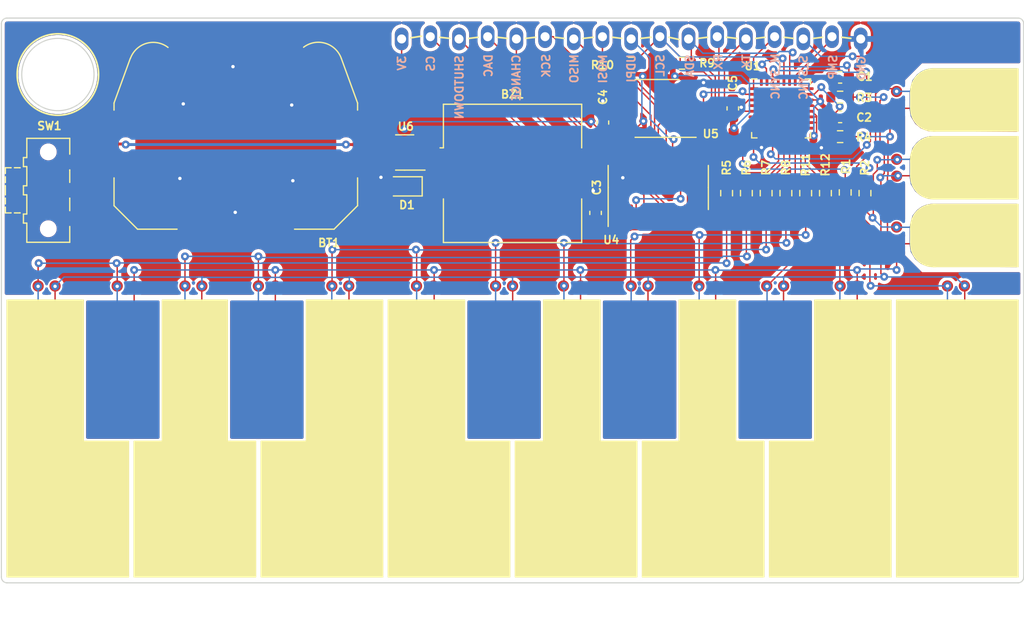
<source format=kicad_pcb>
(kicad_pcb (version 20210228) (generator pcbnew)
  (layers (0 "F.Cu" signal) (31 "B.Cu" signal) (34 "B.Paste" user) (35 "F.Paste" user) (36 "B.SilkS" user "B.Silkscreen") (37 "F.SilkS" user "F.Silkscreen") (38 "B.Mask" user) (39 "F.Mask" user) (44 "Edge.Cuts" user))
  (net 0 "")
  (net 1 "+3V0")
  (net 2 "GND")
  (net 3 "Net-(BZ1-Pad1)")
  (net 4 "Net-(C1-Pad2)")
  (net 5 "Net-(C1-Pad1)")
  (net 6 "Net-(C2-Pad2)")
  (net 7 "Net-(C2-Pad1)")
  (net 8 "VDD")
  (net 9 "SMP")
  (net 10 "S_SYNC")
  (net 11 "CHANGE")
  (net 12 "M_SYNC")
  (net 13 "DAC")
  (net 14 "MOSI")
  (net 15 "MISO")
  (net 16 "SCK")
  (net 17 "CS")
  (net 18 "Net-(R1-Pad2)")
  (net 19 "X6")
  (net 20 "X7")
  (net 21 "Net-(R2-Pad1)")
  (net 22 "Y0")
  (net 23 "Y1")
  (net 24 "X0")
  (net 25 "Net-(R5-Pad1)")
  (net 26 "X1")
  (net 27 "Net-(R6-Pad1)")
  (net 28 "X2")
  (net 29 "Net-(R7-Pad1)")
  (net 30 "X3")
  (net 31 "Net-(R8-Pad1)")
  (net 32 "X4")
  (net 33 "Net-(R11-Pad1)")
  (net 34 "X5")
  (net 35 "Net-(R12-Pad1)")
  (net 41 "RX")
  (net 42 "TX")
  (net 43 "SDA")
  (net 44 "SCL")
  (net 45 "SHUTDOWN")
  (net 46 "UDPI")
  (footprint "Battery:BatteryHolder_Keystone_3034_1x20mm" (layer "F.Cu") (at 123.95 96.75 180)
    (fp_text reference "BT1")
    (fp_text value "Battery_Cell")
  )
  (footprint "keys:3-buttons" (layer "F.Cu") (at 188.45 98.85)
    (fp_text reference "U3" hide)
    (fp_text value "buttons")
  )
  (footprint "Resistor_SMD:R_0603_1608Metric" (layer "F.Cu") (at 170.9 101.1 -90)
    (fp_text reference "R7")
    (fp_text value "1K")
  )
  (footprint "Package_SO:SOIC-14_3.9x8.7mm_P1.27mm" (layer "F.Cu") (at 161.35 100.6 90)
    (fp_text reference "U4")
    (fp_text value "ATtiny1614-SS")
  )
  (footprint "Resistor_SMD:R_0603_1608Metric" (layer "F.Cu") (at 174.4 101.1 -90)
    (fp_text reference "R11")
    (fp_text value "1K")
  )
  (footprint "Capacitor_SMD:C_0603_1608Metric" (layer "F.Cu") (at 156.45 94.85 90)
    (fp_text reference "C4")
    (fp_text value "0.1uF")
  )
  (footprint "Capacitor_SMD:C_0603_1608Metric" (layer "F.Cu") (at 177.45 90.85)
    (fp_text reference "C1")
    (fp_text value "4.7n")
  )
  (footprint "Resistor_SMD:R_0603_1608Metric" (layer "F.Cu") (at 169.15 101.1 -90)
    (fp_text reference "R6")
    (fp_text value "1K")
  )
  (footprint "Resistor_SMD:R_0603_1608Metric" (layer "F.Cu") (at 167.4 101.1 -90)
    (fp_text reference "R5")
    (fp_text value "1K")
  )
  (footprint "Capacitor_SMD:C_0603_1608Metric" (layer "F.Cu") (at 167.95 93.6 90)
    (fp_text reference "C5")
    (fp_text value "0.1uF")
  )
  (footprint "Package_TO_SOT_SMD:SOT-23-5" (layer "F.Cu") (at 138.9 97.5 180)
    (fp_text reference "U6")
    (fp_text value "MCP6001R")
  )
  (footprint "Package_DFN_QFN:QFN-32-1EP_5x5mm_P0.5mm_EP3.1x3.1mm" (layer "F.Cu") (at 172.225 93.6)
    (fp_text reference "U1")
    (fp_text value "QT60160")
  )
  (footprint "Diode_SMD:D_SOD-323" (layer "F.Cu") (at 138.95 100.5 180)
    (fp_text reference "D1")
    (fp_text value "3.3V")
  )
  (footprint "Resistor_SMD:R_0603_1608Metric" (layer "F.Cu") (at 177.45 92.6 180)
    (fp_text reference "R3")
    (fp_text value "1K")
  )
  (footprint "Resistor_SMD:R_0603_1608Metric" (layer "F.Cu") (at 179.65 101.1 -90)
    (fp_text reference "R2")
    (fp_text value "1K")
  )
  (footprint "keys:13-keys" (layer "F.Cu") (at 148.45 122.82)
    (fp_text reference "U2" hide)
    (fp_text value "keyboard")
  )
  (footprint "Resistor_SMD:R_0603_1608Metric" (layer "F.Cu") (at 172.65 101.1 -90)
    (fp_text reference "R8")
    (fp_text value "1K")
  )
  (footprint "Buzzer_Beeper:Buzzer_Murata_PKLCS1212E" (layer "F.Cu") (at 148.45 99.35)
    (fp_text reference "BZ1")
    (fp_text value "Buzzer")
  )
  (footprint "Resistor_SMD:R_0603_1608Metric" (layer "F.Cu") (at 163.45 89.6 180)
    (fp_text reference "R9")
    (fp_text value "10k")
  )
  (footprint "keys:01x17_custom" (layer "F.Cu") (at 158.95 87.35)
    (fp_text reference "J1" hide)
    (fp_text value "Conn_01x17")
  )
  (footprint "Resistor_SMD:R_0603_1608Metric" (layer "F.Cu") (at 177.9 101.04 90)
    (fp_text reference "R1")
    (fp_text value "1K")
  )
  (footprint "Resistor_SMD:R_0603_1608Metric" (layer "F.Cu") (at 158.95 89.6 180)
    (fp_text reference "R10")
    (fp_text value "10k")
  )
  (footprint "Button_Switch_SMD:SW_SPDT_CK-JS102011SAQN" (layer "F.Cu") (at 107.35 100.85 -90)
    (fp_text reference "SW1")
    (fp_text value "SW_SPDT")
  )
  (footprint "Resistor_SMD:R_0603_1608Metric" (layer "F.Cu") (at 177.45 96.1 180)
    (fp_text reference "R4")
    (fp_text value "1K")
  )
  (footprint "Package_SO:SOP-8_3.9x4.9mm_P1.27mm" (layer "F.Cu") (at 161.25 93.6 180)
    (fp_text reference "U5")
    (fp_text value "MX25V1606")
  )
  (footprint "Capacitor_SMD:C_0603_1608Metric" (layer "F.Cu") (at 155.8 102.85 90)
    (fp_text reference "C3")
    (fp_text value "0.1uF")
  )
  (footprint "Resistor_SMD:R_0603_1608Metric" (layer "F.Cu") (at 176.15 101.1 -90)
    (fp_text reference "R12")
    (fp_text value "1K")
  )
  (footprint "Capacitor_SMD:C_0603_1608Metric" (layer "F.Cu") (at 177.45 94.35)
    (fp_text reference "C2")
    (fp_text value "4.7n")
  )
  (gr_line (start 162.3 87.3) (end 163.2 87.5) (layer "F.SilkS") (width 0.15))
  (gr_line (start 142 87.3) (end 142.9 87.4) (layer "F.SilkS") (width 0.15))
  (gr_line (start 167.4 87.3) (end 168.3 87.4) (layer "F.SilkS") (width 0.15))
  (gr_line (start 154.7 87.4) (end 155.6 87.3) (layer "F.SilkS") (width 0.15))
  (gr_line (start 175.1 87.4) (end 175.9 87.3) (layer "F.SilkS") (width 0.15))
  (gr_line (start 170 87.4) (end 170.8 87.3) (layer "F.SilkS") (width 0.15))
  (gr_line (start 157.3 87.3) (end 158.1 87.4) (layer "F.SilkS") (width 0.15))
  (gr_line (start 144.6 87.4) (end 145.4 87.3) (layer "F.SilkS") (width 0.15))
  (gr_line (start 152.2 87.3) (end 153 87.4) (layer "F.SilkS") (width 0.15))
  (gr_line (start 177.6 87.3) (end 178.4 87.4) (layer "F.SilkS") (width 0.15))
  (gr_line (start 149.6 87.4) (end 150.5 87.3) (layer "F.SilkS") (width 0.15))
  (gr_line (start 147.1 87.3) (end 148 87.4) (layer "F.SilkS") (width 0.15))
  (gr_line (start 139.45 87.35) (end 140.4 87.2) (layer "F.SilkS") (width 0.15))
  (gr_line (start 164.9 87.4) (end 165.7 87.3) (layer "F.SilkS") (width 0.15))
  (gr_circle (center 108.2 90.6) (end 110.2 87.6) (layer "F.SilkS") (width 0.15) (fill none))
  (gr_line (start 159.8 87.4) (end 160.7 87.3) (layer "F.SilkS") (width 0.15))
  (gr_line (start 172.5 87.3) (end 173.3 87.4) (layer "F.SilkS") (width 0.15))
  (gr_arc (start 193.2 86.1) (end 193.7 86.1) (angle -90) (layer "Edge.Cuts") (width 0.1))
  (gr_arc (start 103.7 135.1) (end 103.2 135.1) (angle -90) (layer "Edge.Cuts") (width 0.1))
  (gr_line (start 103.7 85.6) (end 193.2 85.6) (layer "Edge.Cuts") (width 0.1))
  (gr_line (start 103.2 135.1) (end 103.2 86.1) (layer "Edge.Cuts") (width 0.1))
  (gr_line (start 193.7 86.1) (end 193.7 135.1) (layer "Edge.Cuts") (width 0.1))
  (gr_arc (start 193.2 135.1) (end 193.2 135.6) (angle -90) (layer "Edge.Cuts") (width 0.1))
  (gr_circle (center 108.2 90.6) (end 111.4 90.6) (layer "Edge.Cuts") (width 0.1) (fill none))
  (gr_line (start 193.2 135.6) (end 103.7 135.6) (layer "Edge.Cuts") (width 0.1))
  (gr_arc (start 103.7 86.1) (end 103.7 85.6) (angle -90) (layer "Edge.Cuts") (width 0.1))
  (gr_text "3V" (at 138.65 89.6 90) (layer "B.SilkS") (effects (font (size 0.7 0.7)) (justify mirror)))
  (gr_text "S_SYNC" (at 174.2 90.86 90) (layer "B.SilkS") (effects (font (size 0.7 0.7)) (justify mirror)))
  (gr_text "CS" (at 141.2 89.63 90) (layer "B.SilkS") (effects (font (size 0.7 0.7)) (justify mirror)))
  (gr_text "SHUTDOWN" (at 143.74 91.73 90) (layer "B.SilkS") (effects (font (size 0.7 0.7)) (justify mirror)))
  (gr_text "MOSI" (at 156.45 90.1 90) (layer "B.SilkS") (effects (font (size 0.7 0.7)) (justify mirror)))
  (gr_text "SDA" (at 164.14 89.83 90) (layer "B.SilkS") (effects (font (size 0.7 0.7)) (justify mirror)))
  (gr_text "CHANGE" (at 148.78 90.9 90) (layer "B.SilkS") (effects (font (size 0.7 0.7)) (justify mirror)))
  (gr_text "SCL" (at 161.53 89.79 90) (layer "B.SilkS") (effects (font (size 0.7 0.7)) (justify mirror)))
  (gr_text "SCK" (at 151.42 89.83 90) (layer "B.SilkS") (effects (font (size 0.7 0.7)) (justify mirror)))
  (gr_text "RX" (at 166.67 89.47 90) (layer "B.SilkS") (effects (font (size 0.7 0.7)) (justify mirror)))
  (gr_text "GND" (at 179.33 90.03 90) (layer "B.SilkS") (effects (font (size 0.7 0.7)) (justify mirror)))
  (gr_text "TX" (at 169.16 89.43 90) (layer "B.SilkS") (effects (font (size 0.7 0.7)) (justify mirror)))
  (gr_text "M_SYNC" (at 171.72 90.77 90) (layer "B.SilkS") (effects (font (size 0.7 0.7)) (justify mirror)))
  (gr_text "SMP" (at 176.82 89.95 90) (layer "B.SilkS") (effects (font (size 0.7 0.7)) (justify mirror)))
  (gr_text "DAC" (at 146.31 89.81 90) (layer "B.SilkS") (effects (font (size 0.7 0.7)) (justify mirror)))
  (gr_text "MISO" (at 153.91 90.08 90) (layer "B.SilkS") (effects (font (size 0.7 0.7)) (justify mirror)))
  (gr_text "UDPI" (at 158.96 90.06 90) (layer "B.SilkS") (effects (font (size 0.7 0.7)) (justify mirror)))
  (segment (start 133.7 96.8) (end 134.885 96.8) (width 0.254) (layer "F.Cu") (net 1))
  (segment (start 112.965 97.985) (end 112.965 96.75) (width 0.254) (layer "F.Cu") (net 1))
  (segment (start 138.63 93.055) (end 134.935 96.75) (width 0.127) (layer "F.Cu") (net 1))
  (segment (start 110.1 100.85) (end 112.965 97.985) (width 0.254) (layer "F.Cu") (net 1))
  (segment (start 114.15 96.75) (end 114.2 96.8) (width 0.254) (layer "F.Cu") (net 1))
  (segment (start 112.965 96.75) (end 114.15 96.75) (width 0.254) (layer "F.Cu") (net 1))
  (segment (start 134.885 96.8) (end 134.935 96.75) (width 0.254) (layer "F.Cu") (net 1))
  (segment (start 138.63 87.45) (end 138.63 93.055) (width 0.127) (layer "F.Cu") (net 1))
  (via (at 133.7 96.8) (size 0.7) (drill 0.3) (layers "F.Cu" "B.Cu") (net 1))
  (via (at 114.2 96.8) (size 0.7) (drill 0.3) (layers "F.Cu" "B.Cu") (net 1))
  (segment (start 114.2 96.8) (end 133.7 96.8) (width 0.254) (layer "B.Cu") (net 1))
  (segment (start 163.875 91.695) (end 164.97196 91.695) (width 0.127) (layer "F.Cu") (net 2))
  (segment (start 157.54 99.067) (end 157.54 98.125) (width 0.127) (layer "F.Cu") (net 2))
  (segment (start 175.79 94.04) (end 175.79 97.08) (width 0.127) (layer "F.Cu") (net 2))
  (segment (start 155.8 101.1) (end 155.6 100.9) (width 0.127) (layer "F.Cu") (net 2))
  (segment (start 155.8 102.075) (end 155.8 101.1) (width 0.127) (layer "F.Cu") (net 2))
  (segment (start 169.35 92.85) (end 168.7 93.5) (width 0.127) (layer "F.Cu") (net 2))
  (segment (start 156.45 94.075) (end 156.45 92.95) (width 0.127) (layer "F.Cu") (net 2))
  (segment (start 158.21 99.737) (end 157.54 99.067) (width 0.127) (layer "F.Cu") (net 2))
  (segment (start 175.68954 93.93954) (end 175.79 94.04) (width 0.127) (layer "F.Cu") (net 2))
  (segment (start 167.95 92.825) (end 168.025 92.825) (width 0.127) (layer "F.Cu") (net 2))
  (segment (start 174.6625 93.35) (end 174.8 93.35) (width 0.127) (layer "F.Cu") (net 2))
  (segment (start 137.9 100.5) (end 137.6 100.5) (width 0.127) (layer "F.Cu") (net 2))
  (segment (start 169.05 93.85) (end 169.7875 93.85) (width 0.127) (layer "F.Cu") (net 2))
  (segment (start 168.7 93.5) (end 169.05 93.85) (width 0.127) (layer "F.Cu") (net 2))
  (segment (start 168.025 92.825) (end 168.7 93.5) (width 0.127) (layer "F.Cu") (net 2))
  (segment (start 170.49 97.06) (end 170.975 96.575) (width 0.127) (layer "F.Cu") (net 2))
  (segment (start 157.53698 98.12198) (end 157.54 98.125) (width 0.127) (layer "F.Cu") (net 2))
  (segment (start 136.8 99.4125) (end 136.8 99.7) (width 0.127) (layer "F.Cu") (net 2))
  (segment (start 154.05 99.35) (end 155.6 100.9) (width 0.127) (layer "F.Cu") (net 2))
  (segment (start 175.1 93.35) (end 175.68954 93.93954) (width 0.127) (layer "F.Cu") (net 2))
  (segment (start 170.975 96.575) (end 170.975 96.0375) (width 0.127) (layer "F.Cu") (net 2))
  (segment (start 156.45 92.95) (end 156.44 92.94) (width 0.127) (layer "F.Cu") (net 2))
  (segment (start 169.7875 92.85) (end 169.35 92.85) (width 0.127) (layer "F.Cu") (net 2))
  (segment (start 174.6625 93.35) (end 175.1 93.35) (width 0.127) (layer "F.Cu") (net 2))
  (segment (start 156.45 94.075) (end 156.475 94.075) (width 0.127) (layer "F.Cu") (net 2))
  (segment (start 137.7625 98.45) (end 136.8 99.4125) (width 0.127) (layer "F.Cu") (net 2))
  (segment (start 137.6 100.5) (end 136.8 99.7) (width 0.127) (layer "F.Cu") (net 2))
  (segment (start 164.97196 91.695) (end 165.35396 91.313) (width 0.127) (layer "F.Cu") (net 2))
  (via (at 175.79 97.08) (size 0.7) (drill 0.3) (layers "F.Cu" "B.Cu") (net 2))
  (via (at 170.49 97.06) (size 0.7) (drill 0.3) (layers "F.Cu" "B.Cu") (net 2))
  (via (at 165.35396 91.313) (size 0.7) (drill 0.3) (layers "F.Cu" "B.Cu") (net 2))
  (via (at 156.44 92.94) (size 0.7) (drill 0.3) (layers "F.Cu" "B.Cu") (net 2))
  (via (at 128.9 93.3) (size 0.7) (drill 0.3) (layers "F.Cu" "B.Cu") (net 2))
  (via (at 158.21 99.737) (size 0.7) (drill 0.3) (layers "F.Cu" "B.Cu") (net 2))
  (via (at 123.9 102.8) (size 0.7) (drill 0.3) (layers "F.Cu" "B.Cu") (net 2))
  (via (at 119.3 93.2) (size 0.7) (drill 0.3) (layers "F.Cu" "B.Cu") (net 2))
  (via (at 136.8 99.7) (size 0.7) (drill 0.3) (layers "F.Cu" "B.Cu") (net 2))
  (via (at 155.6 100.9) (size 0.7) (drill 0.3) (layers "F.Cu" "B.Cu") (net 2))
  (via (at 168.7 93.5) (size 0.7) (drill 0.3) (layers "F.Cu" "B.Cu") (net 2))
  (via (at 129 100) (size 0.7) (drill 0.3) (layers "F.Cu" "B.Cu") (net 2))
  (via (at 119 99.8) (size 0.7) (drill 0.3) (layers "F.Cu" "B.Cu") (net 2))
  (via (at 123.7 89.9) (size 0.7) (drill 0.3) (layers "F.Cu" "B.Cu") (net 2))
  (segment (start 139.6625 98.45) (end 140.0375 98.45) (width 0.127) (layer "F.Cu") (net 3))
  (segment (start 137.7625 96.55) (end 139.6625 98.45) (width 0.127) (layer "F.Cu") (net 3))
  (segment (start 141.95 98.45) (end 142.85 99.35) (width 0.127) (layer "F.Cu") (net 3))
  (segment (start 140.0375 100.4625) (end 140 100.5) (width 0.127) (layer "F.Cu") (net 3))
  (segment (start 140.0375 98.45) (end 140.0375 100.4625) (width 0.127) (layer "F.Cu") (net 3))
  (segment (start 140.0375 98.45) (end 141.95 98.45) (width 0.127) (layer "F.Cu") (net 3))
  (segment (start 170.924989 90.084989) (end 170.924989 91.112489) (width 0.127) (layer "F.Cu") (net 4))
  (segment (start 176.4 92.45) (end 176.4 92.6) (width 0.127) (layer "F.Cu") (net 4))
  (segment (start 170.924989 91.112489) (end 170.975 91.1625) (width 0.127) (layer "F.Cu") (net 4))
  (segment (start 176.625 92.45) (end 178.225 90.85) (width 0.127) (layer "F.Cu") (net 4))
  (segment (start 176.625 92.6) (end 176.625 92.45) (width 0.127) (layer "F.Cu") (net 4))
  (segment (start 170.54 89.7) (end 170.924989 90.084989) (width 0.127) (layer "F.Cu") (net 4))
  (segment (start 178.05 89.787) (end 178 89.837) (width 0.127) (layer "F.Cu") (net 4))
  (segment (start 178.225 89.962) (end 178.05 89.787) (width 0.127) (layer "F.Cu") (net 4))
  (segment (start 178.225 90.85) (end 178.225 89.962) (width 0.127) (layer "F.Cu") (net 4))
  (via (at 178.05 89.787) (size 0.7) (drill 0.3) (layers "F.Cu" "B.Cu") (net 4))
  (via (at 170.54 89.7) (size 0.7) (drill 0.3) (layers "F.Cu" "B.Cu") (net 4))
  (segment (start 170.54 89.7) (end 170.87394 89.36606) (width 0.127) (layer "B.Cu") (net 4))
  (segment (start 171.643803 89.36606) (end 172.187743 89.91) (width 0.127) (layer "B.Cu") (net 4))
  (segment (start 172.187743 89.91) (end 177.927 89.91) (width 0.127) (layer "B.Cu") (net 4))
  (segment (start 177.927 89.91) (end 178.05 89.787) (width 0.127) (layer "B.Cu") (net 4))
  (segment (start 170.87394 89.36606) (end 171.643803 89.36606) (width 0.127) (layer "B.Cu") (net 4))
  (segment (start 174.6625 91.5675) (end 175.38 90.85) (width 0.127) (layer "F.Cu") (net 5))
  (segment (start 175.38 90.85) (end 176.675 90.85) (width 0.127) (layer "F.Cu") (net 5))
  (segment (start 174.6625 91.85) (end 174.6625 91.5675) (width 0.127) (layer "F.Cu") (net 5))
  (segment (start 178.225 94.5) (end 176.625 96.1) (width 0.127) (layer "F.Cu") (net 6))
  (segment (start 176.4 95.95) (end 176.4 96.1) (width 0.127) (layer "F.Cu") (net 6))
  (segment (start 171.537989 90.131229) (end 171.475 90.194218) (width 0.127) (layer "F.Cu") (net 6))
  (segment (start 178.225 94.35) (end 178.225 94.5) (width 0.127) (layer "F.Cu") (net 6))
  (segment (start 179.8 90.4) (end 179.8 93) (width 0.127) (layer "F.Cu") (net 6))
  (segment (start 178.45 94.35) (end 178.225 94.35) (width 0.127) (layer "F.Cu") (net 6))
  (segment (start 179.75 90.35) (end 179.8 90.4) (width 0.127) (layer "F.Cu") (net 6))
  (segment (start 179.8 93) (end 178.45 94.35) (width 0.127) (layer "F.Cu") (net 6))
  (segment (start 171.475 90.194218) (end 171.475 91.1625) (width 0.127) (layer "F.Cu") (net 6))
  (via (at 179.75 90.35) (size 0.7) (drill 0.3) (layers "F.Cu" "B.Cu") (net 6))
  (via (at 171.537989 90.131229) (size 0.7) (drill 0.3) (layers "F.Cu" "B.Cu") (net 6))
  (segment (start 177.755754 90.400011) (end 179.699989 90.400011) (width 0.127) (layer "B.Cu") (net 6))
  (segment (start 179.699989 90.400011) (end 179.75 90.35) (width 0.127) (layer "B.Cu") (net 6))
  (segment (start 171.65676 90.25) (end 177.605743 90.25) (width 0.127) (layer "B.Cu") (net 6))
  (segment (start 171.537989 90.131229) (end 171.65676 90.25) (width 0.127) (layer "B.Cu") (net 6))
  (segment (start 177.605743 90.25) (end 177.755754 90.400011) (width 0.127) (layer "B.Cu") (net 6))
  (segment (start 175.146204 92.35) (end 174.6625 92.35) (width 0.127) (layer "F.Cu") (net 7))
  (segment (start 177.41 93.615) (end 176.675 94.35) (width 0.127) (layer "F.Cu") (net 7))
  (segment (start 175.783102 91.713102) (end 175.146204 92.35) (width 0.127) (layer "F.Cu") (net 7))
  (segment (start 176.45 94.35) (end 176.45 94.25) (width 0.127) (layer "F.Cu") (net 7))
  (segment (start 177.41 93.42) (end 177.41 93.615) (width 0.127) (layer "F.Cu") (net 7))
  (via (at 177.41 93.42) (size 0.7) (drill 0.3) (layers "F.Cu" "B.Cu") (net 7))
  (via (at 175.783102 91.713102) (size 0.7) (drill 0.3) (layers "F.Cu" "B.Cu") (net 7))
  (segment (start 175.783102 91.713102) (end 175.783102 91.793102) (width 0.127) (layer "B.Cu") (net 7))
  (segment (start 175.783102 91.793102) (end 177.41 93.42) (width 0.127) (layer "B.Cu") (net 7))
  (segment (start 139.65052 97.11302) (end 140.0375 97.5) (width 0.127) (layer "F.Cu") (net 8))
  (segment (start 175.36302 95.782026) (end 175.36302 94.86302) (width 0.127) (layer "F.Cu") (net 8))
  (segment (start 138.88 95.41) (end 138.88 96.646172) (width 0.127) (layer "F.Cu") (net 8))
  (segment (start 174.6625 93.85) (end 174.95 93.85) (width 0.127) (layer "F.Cu") (net 8))
  (segment (start 175.35 94.35) (end 175.36302 94.33698) (width 0.127) (layer "F.Cu") (net 8))
  (segment (start 175.12398 96.021066) (end 175.36302 95.782026) (width 0.127) (layer "F.Cu") (net 8))
  (segment (start 167.95 95.23) (end 167.95 94.375) (width 0.127) (layer "F.Cu") (net 8))
  (segment (start 175.36302 94.26302) (end 175.36302 94.33698) (width 0.127) (layer "F.Cu") (net 8))
  (segment (start 174.6625 94.85) (end 175.35 94.85) (width 0.127) (layer "F.Cu") (net 8))
  (segment (start 158.125 89.6) (end 159.095 90.57) (width 0.127) (layer "F.Cu") (net 8))
  (segment (start 160.035283 94.723179) (end 159.253462 95.505) (width 0.127) (layer "F.Cu") (net 8))
  (segment (start 174.6625 94.35) (end 175.35 94.35) (width 0.127) (layer "F.Cu") (net 8))
  (segment (start 174.95 93.85) (end 175.36302 94.26302) (width 0.127) (layer "F.Cu") (net 8))
  (segment (start 159.253462 95.505) (end 158.625 95.505) (width 0.127) (layer "F.Cu") (net 8))
  (segment (start 161.655 90.57) (end 162.625 89.6) (width 0.127) (layer "F.Cu") (net 8))
  (segment (start 158.505 95.625) (end 158.625 95.505) (width 0.127) (layer "F.Cu") (net 8))
  (segment (start 156.45 95.625) (end 158.505 95.625) (width 0.127) (layer "F.Cu") (net 8))
  (segment (start 162.82 90.75) (end 162.82 89.795) (width 0.127) (layer "F.Cu") (net 8))
  (segment (start 156.265 95.625) (end 155.41 94.77) (width 0.127) (layer "F.Cu") (net 8))
  (segment (start 139.346848 97.11302) (end 139.65052 97.11302) (width 0.127) (layer "F.Cu") (net 8))
  (segment (start 155.8 103.625) (end 156.99 103.625) (width 0.127) (layer "F.Cu") (net 8))
  (segment (start 162.721111 89.696111) (end 162.625 89.6) (width 0.127) (layer "F.Cu") (net 8))
  (segment (start 174.6625 92.85) (end 175.55053 92.85) (width 0.127) (layer "F.Cu") (net 8))
  (segment (start 175.36302 94.33698) (end 175.36302 94.86302) (width 0.127) (layer "F.Cu") (net 8))
  (segment (start 174.6625 93.85) (end 174.75 93.85) (width 0.127) (layer "F.Cu") (net 8))
  (segment (start 168.06 95.34) (end 167.95 95.23) (width 0.127) (layer "F.Cu") (net 8))
  (segment (start 162.82 89.795) (end 162.625 89.6) (width 0.127) (layer "F.Cu") (net 8))
  (segment (start 138.88 96.646172) (end 139.346848 97.11302) (width 0.127) (layer "F.Cu") (net 8))
  (segment (start 156.99 103.625) (end 157.54 103.075) (width 0.127) (layer "F.Cu") (net 8))
  (segment (start 175.55053 92.85) (end 175.681473 92.980943) (width 0.127) (layer "F.Cu") (net 8))
  (segment (start 156.45 95.625) (end 156.265 95.625) (width 0.127) (layer "F.Cu") (net 8))
  (segment (start 159.095 90.57) (end 161.655 90.57) (width 0.127) (layer "F.Cu") (net 8))
  (segment (start 175.35 94.85) (end 175.36302 94.86302) (width 0.127) (layer "F.Cu") (net 8))
  (via (at 162.82 90.75) (size 0.7) (drill 0.3) (layers "F.Cu" "B.Cu") (net 8))
  (via (at 175.12398 96.021066) (size 0.7) (drill 0.3) (layers "F.Cu" "B.Cu") (net 8))
  (via (at 168.06 95.34) (size 0.7) (drill 0.3) (layers "F.Cu" "B.Cu") (net 8))
  (via (at 159.974087 90.761001) (size 0.7) (drill 0.3) (layers "F.Cu" "B.Cu") (net 8))
  (via (at 155.41 94.77) (size 0.7) (drill 0.3) (layers "F.Cu" "B.Cu") (net 8))
  (via (at 138.88 95.41) (size 0.7) (drill 0.3) (layers "F.Cu" "B.Cu") (net 8))
  (via (at 160.035283 94.723179) (size 0.7) (drill 0.3) (layers "F.Cu" "B.Cu") (net 8))
  (via (at 175.681473 92.980943) (size 0.7) (drill 0.3) (layers "F.Cu" "B.Cu") (net 8))
  (segment (start 159.90048 90.46048) (end 159.9 90.46) (width 0.127) (layer "B.Cu") (net 8))
  (segment (start 155.41 94.77) (end 139.52 94.77) (width 0.127) (layer "B.Cu") (net 8))
  (segment (start 159.90048 94.588376) (end 159.90048 90.834608) (width 0.127) (layer "B.Cu") (net 8))
  (segment (start 168.75 90.75) (end 168.69 90.69) (width 0.127) (layer "B.Cu") (net 8))
  (segment (start 162.88 90.69) (end 162.82 90.75) (width 0.127) (layer "B.Cu") (net 8))
  (segment (start 139.52 94.77) (end 138.88 95.41) (width 0.127) (layer "B.Cu") (net 8))
  (segment (start 168.06 95.34) (end 169.425018 93.974982) (width 0.127) (layer "B.Cu") (net 8))
  (segment (start 175.681473 92.980943) (end 175.12398 93.538436) (width 0.127) (layer "B.Cu") (net 8))
  (segment (start 168.69 90.69) (end 162.88 90.69) (width 0.127) (layer "B.Cu") (net 8))
  (segment (start 159.90048 90.834608) (end 159.974087 90.761001) (width 0.127) (layer "B.Cu") (net 8))
  (segment (start 160.035283 94.723179) (end 159.90048 94.588376) (width 0.127) (layer "B.Cu") (net 8))
  (segment (start 174.69 91.39) (end 169.39 91.39) (width 0.127) (layer "B.Cu") (net 8))
  (segment (start 169.425018 93.974982) (end 169.425018 91.425018) (width 0.127) (layer "B.Cu") (net 8))
  (segment (start 175.681473 92.980943) (end 174.69 91.98947) (width 0.127) (layer "B.Cu") (net 8))
  (segment (start 175.12398 93.538436) (end 175.12398 96.021066) (width 0.127) (layer "B.Cu") (net 8))
  (segment (start 169.39 91.39) (end 168.75 90.75) (width 0.127) (layer "B.Cu") (net 8))
  (segment (start 174.69 91.98947) (end 174.69 91.39) (width 0.127) (layer "B.Cu") (net 8))
  (segment (start 169.425018 91.425018) (end 168.75 90.75) (width 0.127) (layer "B.Cu") (net 8))
  (segment (start 176.73 87.47) (end 176.73 87.25) (width 0.127) (layer "F.Cu") (net 9))
  (segment (start 173.475 91.1625) (end 173.475 90.725) (width 0.127) (layer "F.Cu") (net 9))
  (segment (start 173.475 90.725) (end 176.73 87.47) (width 0.127) (layer "F.Cu") (net 9))
  (segment (start 180.51 91.928231) (end 180.51 90.06) (width 0.127) (layer "F.Cu") (net 10))
  (segment (start 171.475 97.485) (end 171.475 96.0375) (width 0.127) (layer "F.Cu") (net 10))
  (segment (start 179.44 88.99) (end 178.55 88.99) (width 0.127) (layer "F.Cu") (net 10))
  (segment (start 180.51 90.06) (end 179.44 88.99) (width 0.127) (layer "F.Cu") (net 10))
  (segment (start 171.31 97.65) (end 171.475 97.485) (width 0.127) (layer "F.Cu") (net 10))
  (segment (start 180.12652 96.51348) (end 180.12652 92.311711) (width 0.127) (layer "F.Cu") (net 10))
  (segment (start 179.81 96.83) (end 180.12652 96.51348) (width 0.127) (layer "F.Cu") (net 10))
  (segment (start 180.12652 92.311711) (end 180.51 91.928231) (width 0.127) (layer "F.Cu") (net 10))
  (via (at 171.31 97.65) (size 0.7) (drill 0.3) (layers "F.Cu" "B.Cu") (net 10))
  (via (at 178.55 88.99) (size 0.7) (drill 0.3) (layers "F.Cu" "B.Cu") (net 10))
  (via (at 179.81 96.83) (size 0.7) (drill 0.3) (layers "F.Cu" "B.Cu") (net 10))
  (segment (start 171.723011 98.063011) (end 178.576989 98.063011) (width 0.127) (layer "B.Cu") (net 10))
  (segment (start 178.576989 98.063011) (end 179.81 96.83) (width 0.127) (layer "B.Cu") (net 10))
  (segment (start 178.55 88.99) (end 175.73 88.99) (width 0.127) (layer "B.Cu") (net 10))
  (segment (start 171.31 97.65) (end 171.723011 98.063011) (width 0.127) (layer "B.Cu") (net 10))
  (segment (start 175.73 88.99) (end 174.19 87.45) (width 0.127) (layer "B.Cu") (net 10))
  (segment (start 160.24 100.35) (end 160.691172 100.35) (width 0.127) (layer "F.Cu") (net 11))
  (segment (start 148.79 89.32823) (end 148.79 87.45) (width 0.127) (layer "F.Cu") (net 11))
  (segment (start 169.080128 92.35) (end 169.7875 92.35) (width 0.127) (layer "F.Cu") (net 11))
  (segment (start 162.62 103.075) (end 162.62 102.73) (width 0.127) (layer "F.Cu") (net 11))
  (segment (start 155.892571 98.420551) (end 155.892571 96.430801) (width 0.127) (layer "F.Cu") (net 11))
  (segment (start 165.35396 94.172212) (end 165.35396 92.35) (width 0.127) (layer "F.Cu") (net 11))
  (segment (start 158.754257 100.1) (end 158.504246 100.350011) (width 0.127) (layer "F.Cu") (net 11))
  (segment (start 168.812018 92.08189) (end 169.080128 92.35) (width 0.127) (layer "F.Cu") (net 11))
  (segment (start 162.05 98.991172) (end 162.05 95.15) (width 0.127) (layer "F.Cu") (net 11))
  (segment (start 160.691172 100.35) (end 162.05 98.991172) (width 0.127) (layer "F.Cu") (net 11))
  (segment (start 162.40198 94.79802) (end 164.728152 94.79802) (width 0.127) (layer "F.Cu") (net 11))
  (segment (start 164.728152 94.79802) (end 165.35396 94.172212) (width 0.127) (layer "F.Cu") (net 11))
  (segment (start 162.05 95.15) (end 162.40198 94.79802) (width 0.127) (layer "F.Cu") (net 11))
  (segment (start 157.822031 100.350011) (end 155.892571 98.420551) (width 0.127) (layer "F.Cu") (net 11))
  (segment (start 159.99 100.1) (end 158.754257 100.1) (width 0.127) (layer "F.Cu") (net 11))
  (segment (start 158.504246 100.350011) (end 157.822031 100.350011) (width 0.127) (layer "F.Cu") (net 11))
  (segment (start 160.24 100.35) (end 159.99 100.1) (width 0.127) (layer "F.Cu") (net 11))
  (segment (start 162.62 102.73) (end 160.24 100.35) (width 0.127) (layer "F.Cu") (net 11))
  (segment (start 155.892571 96.430801) (end 148.79 89.32823) (width 0.127) (layer "F.Cu") (net 11))
  (via (at 165.35396 92.35) (size 0.7) (drill 0.3) (layers "F.Cu" "B.Cu") (net 11))
  (via (at 168.812018 92.08189) (size 0.7) (drill 0.3) (layers "F.Cu" "B.Cu") (net 11))
  (segment (start 168.812018 92.08189) (end 168.703908 92.19) (width 0.127) (layer "B.Cu") (net 11))
  (segment (start 168.703908 92.19) (end 165.51396 92.19) (width 0.127) (layer "B.Cu") (net 11))
  (segment (start 165.51396 92.19) (end 165.35396 92.35) (width 0.127) (layer "B.Cu") (net 11))
  (segment (start 169.7875 91.85) (end 169.7875 89.1125) (width 0.127) (layer "F.Cu") (net 12))
  (segment (start 169.7875 89.1125) (end 171.65 87.25) (width 0.127) (layer "F.Cu") (net 12))
  (segment (start 161.35 103.371172) (end 160.397183 104.323989) (width 0.127) (layer "F.Cu") (net 13))
  (segment (start 161.35 101.92177) (end 159.86823 100.44) (width 0.127) (layer "F.Cu") (net 13))
  (segment (start 161.35 103.075) (end 161.35 103.371172) (width 0.127) (layer "F.Cu") (net 13))
  (segment (start 158.955754 104.323989) (end 158.899743 104.38) (width 0.127) (layer "F.Cu") (net 13))
  (segment (start 143.12342 96.55) (end 140.0375 96.55) (width 0.127) (layer "F.Cu") (net 13))
  (segment (start 157.686781 100.676531) (end 155.566051 98.555801) (width 0.127) (layer "F.Cu") (net 13))
  (segment (start 158.876027 100.44) (end 158.639495 100.676531) (width 0.127) (layer "F.Cu") (net 13))
  (segment (start 158.639495 100.676531) (end 157.686781 100.676531) (width 0.127) (layer "F.Cu") (net 13))
  (segment (start 161.35 103.075) (end 161.35 101.92177) (width 0.127) (layer "F.Cu") (net 13))
  (segment (start 159.86823 100.44) (end 158.876027 100.44) (width 0.127) (layer "F.Cu") (net 13))
  (segment (start 155.566051 96.566051) (end 146.25 87.25) (width 0.127) (layer "F.Cu") (net 13))
  (segment (start 158.899743 104.38) (end 150.95342 104.38) (width 0.127) (layer "F.Cu") (net 13))
  (segment (start 150.95342 104.38) (end 143.12342 96.55) (width 0.127) (layer "F.Cu") (net 13))
  (segment (start 160.397183 104.323989) (end 158.955754 104.323989) (width 0.127) (layer "F.Cu") (net 13))
  (segment (start 155.566051 98.555801) (end 155.566051 96.566051) (width 0.127) (layer "F.Cu") (net 13))
  (segment (start 162.215 94.235) (end 161.35 95.1) (width 0.127) (layer "F.Cu") (net 14))
  (segment (start 159.71302 91.49625) (end 162.45177 94.235) (width 0.127) (layer "F.Cu") (net 14))
  (segment (start 156.41 87.25) (end 156.91188 87.25) (width 0.127) (layer "F.Cu") (net 14))
  (segment (start 162.45177 94.235) (end 163.875 94.235) (width 0.127) (layer "F.Cu") (net 14))
  (segment (start 156.41 87.25) (end 156.41 89.02188) (width 0.127) (layer "F.Cu") (net 14))
  (segment (start 159.71302 91.366848) (end 159.71302 91.49625) (width 0.127) (layer "F.Cu") (net 14))
  (segment (start 158.5201 91.13198) (end 159.478152 91.13198) (width 0.127) (layer "F.Cu") (net 14))
  (segment (start 159.478152 91.13198) (end 159.71302 91.366848) (width 0.127) (layer "F.Cu") (net 14))
  (segment (start 163.875 94.235) (end 162.215 94.235) (width 0.127) (layer "F.Cu") (net 14))
  (segment (start 161.35 95.1) (end 161.35 98.125) (width 0.127) (layer "F.Cu") (net 14))
  (segment (start 156.41 89.02188) (end 158.5201 91.13198) (width 0.127) (layer "F.Cu") (net 14))
  (segment (start 153.93 87.45) (end 158.175 91.695) (width 0.127) (layer "F.Cu") (net 15))
  (segment (start 153.87 87.45) (end 153.93 87.45) (width 0.127) (layer "F.Cu") (net 15))
  (segment (start 160.08 97.828828) (end 160.08 98.125) (width 0.127) (layer "F.Cu") (net 15))
  (segment (start 161.02348 93.26848) (end 161.02348 96.885348) (width 0.127) (layer "F.Cu") (net 15))
  (segment (start 158.175 91.695) (end 158.625 91.695) (width 0.127) (layer "F.Cu") (net 15))
  (segment (start 158.625 91.695) (end 159.45 91.695) (width 0.127) (layer "F.Cu") (net 15))
  (segment (start 159.45 91.695) (end 161.02348 93.26848) (width 0.127) (layer "F.Cu") (net 15))
  (segment (start 161.02348 96.885348) (end 160.08 97.828828) (width 0.127) (layer "F.Cu") (net 15))
  (segment (start 157.764506 92.965) (end 152.049506 87.25) (width 0.127) (layer "F.Cu") (net 16))
  (segment (start 158.625 92.965) (end 157.764506 92.965) (width 0.127) (layer "F.Cu") (net 16))
  (segment (start 159.45 92.965) (end 160.69696 94.21196) (width 0.127) (layer "F.Cu") (net 16))
  (segment (start 160.69696 94.21196) (end 160.69696 95.941868) (width 0.127) (layer "F.Cu") (net 16))
  (segment (start 152.049506 87.25) (end 151.33 87.25) (width 0.127) (layer "F.Cu") (net 16))
  (segment (start 158.625 92.965) (end 159.45 92.965) (width 0.127) (layer "F.Cu") (net 16))
  (segment (start 160.69696 95.941868) (end 158.81 97.828828) (width 0.127) (layer "F.Cu") (net 16))
  (segment (start 158.81 97.828828) (end 158.81 98.125) (width 0.127) (layer "F.Cu") (net 16))
  (segment (start 150.42 96.5) (end 141.17 87.25) (width 0.127) (layer "F.Cu") (net 17))
  (segment (start 154.913011 98.826301) (end 154.913011 97.139591) (width 0.127) (layer "F.Cu") (net 17))
  (segment (start 163.327 101.6) (end 163.327 97.121828) (width 0.127) (layer "F.Cu") (net 17))
  (segment (start 163.327 97.121828) (end 163.875 96.573828) (width 0.127) (layer "F.Cu") (net 17))
  (segment (start 158.81 103.075) (end 158.81 102.72329) (width 0.127) (layer "F.Cu") (net 17))
  (segment (start 154.27342 96.5) (end 150.42 96.5) (width 0.127) (layer "F.Cu") (net 17))
  (segment (start 159.39 101.72) (end 159.39 102.495) (width 0.127) (layer "F.Cu") (net 17))
  (segment (start 159.39 102.495) (end 158.81 103.075) (width 0.127) (layer "F.Cu") (net 17))
  (segment (start 163.875 96.573828) (end 163.875 95.505) (width 0.127) (layer "F.Cu") (net 17))
  (segment (start 158.81 102.72329) (end 154.913011 98.826301) (width 0.127) (layer "F.Cu") (net 17))
  (segment (start 154.913011 97.139591) (end 154.27342 96.5) (width 0.127) (layer "F.Cu") (net 17))
  (via (at 159.39 101.72) (size 0.7) (drill 0.3) (layers "F.Cu" "B.Cu") (net 17))
  (via (at 163.327 101.6) (size 0.7) (drill 0.3) (layers "F.Cu" "B.Cu") (net 17))
  (segment (start 159.39 101.72) (end 159.51 101.6) (width 0.127) (layer "B.Cu") (net 17))
  (segment (start 159.51 101.6) (end 163.327 101.6) (width 0.127) (layer "B.Cu") (net 17))
  (segment (start 168.83 98.52) (end 168.83 95.37) (width 0.127) (layer "F.Cu") (net 18))
  (segment (start 177.83 99.05) (end 177.9 99.12) (width 0.127) (layer "F.Cu") (net 18))
  (segment (start 169.35 94.85) (end 169.7875 94.85) (width 0.127) (layer "F.Cu") (net 18))
  (segment (start 177.9 99.12) (end 177.9 100.215) (width 0.127) (layer "F.Cu") (net 18))
  (segment (start 168.83 95.37) (end 169.35 94.85) (width 0.127) (layer "F.Cu") (net 18))
  (via (at 168.83 98.52) (size 0.7) (drill 0.3) (layers "F.Cu" "B.Cu") (net 18))
  (via (at 177.83 99.05) (size 0.7) (drill 0.3) (layers "F.Cu" "B.Cu") (net 18))
  (segment (start 177.75 98.97) (end 169.28 98.97) (width 0.127) (layer "B.Cu") (net 18))
  (segment (start 169.28 98.97) (end 168.83 98.52) (width 0.127) (layer "B.Cu") (net 18))
  (segment (start 177.83 99.05) (end 177.75 98.97) (width 0.127) (layer "B.Cu") (net 18))
  (segment (start 180.086989 109.236989) (end 180.086989 103.926989) (width 0.127) (layer "F.Cu") (net 19))
  (segment (start 182.21 91.85) (end 182.45 92.09) (width 0.127) (layer "F.Cu") (net 19))
  (segment (start 180.086989 103.926989) (end 178.025 101.865) (width 0.127) (layer "F.Cu") (net 19))
  (segment (start 178.025 101.865) (end 177.9 101.865) (width 0.127) (layer "F.Cu") (net 19))
  (segment (start 180.59 92.31) (end 181.05 91.85) (width 0.127) (layer "F.Cu") (net 19))
  (segment (start 181.05 91.85) (end 182.21 91.85) (width 0.127) (layer "F.Cu") (net 19))
  (segment (start 177.9 101.865) (end 178.91198 100.85302) (width 0.127) (layer "F.Cu") (net 19))
  (segment (start 178.91198 100.85302) (end 178.91198 98.73802) (width 0.127) (layer "F.Cu") (net 19))
  (segment (start 180.59 97.06) (end 180.59 92.31) (width 0.127) (layer "F.Cu") (net 19))
  (segment (start 180.15 109.3) (end 180.086989 109.236989) (width 0.127) (layer "F.Cu") (net 19))
  (segment (start 178.91198 98.73802) (end 180.59 97.06) (width 0.127) (layer "F.Cu") (net 19))
  (via (at 182.45 92.09) (size 0.7) (drill 0.3) (layers "F.Cu" "B.Cu") (net 19))
  (via (at 180.15 109.3) (size 0.7) (drill 0.3) (layers "F.Cu" "B.Cu") (net 19))
  (via (at 186.95 109.31) (size 0.7) (drill 0.3) (layers "F.Cu" "B.Cu") (net 19))
  (segment (start 182.45 92.09) (end 183.89 92.09) (width 0.127) (layer "B.Cu") (net 19))
  (segment (start 186.95 109.31) (end 186.95 111.04) (width 0.127) (layer "B.Cu") (net 19))
  (segment (start 180.16 109.31) (end 180.15 109.3) (width 0.127) (layer "B.Cu") (net 19))
  (segment (start 186.95 109.31) (end 180.16 109.31) (width 0.127) (layer "B.Cu") (net 19))
  (segment (start 180.737 99.087257) (end 180.737 98.15) (width 0.127) (layer "F.Cu") (net 20))
  (segment (start 180.38802 99.436237) (end 180.737 99.087257) (width 0.127) (layer "F.Cu") (net 20))
  (segment (start 182.255 103.925) (end 182.45 104.12) (width 0.127) (layer "F.Cu") (net 20))
  (segment (start 180.32 103.28) (end 180.38802 103.21198) (width 0.127) (layer "F.Cu") (net 20))
  (segment (start 179.65 102.61) (end 179.65 101.925) (width 0.127) (layer "F.Cu") (net 20))
  (segment (start 180.38802 103.21198) (end 180.38802 99.436237) (width 0.127) (layer "F.Cu") (net 20))
  (segment (start 180.32 103.28) (end 179.65 102.61) (width 0.127) (layer "F.Cu") (net 20))
  (via (at 182.45 104.12) (size 0.7) (drill 0.3) (layers "F.Cu" "B.Cu") (net 20))
  (via (at 180.32 103.28) (size 0.7) (drill 0.3) (layers "F.Cu" "B.Cu") (net 20))
  (via (at 180.737 98.15) (size 0.7) (drill 0.3) (layers "F.Cu" "B.Cu") (net 20))
  (via (at 182.51 98.13) (size 0.7) (drill 0.3) (layers "F.Cu" "B.Cu") (net 20))
  (segment (start 182.45 104.12) (end 183.81 104.12) (width 0.127) (layer "B.Cu") (net 20))
  (segment (start 182.45 98.1) (end 182.48 98.1) (width 0.127) (layer "B.Cu") (net 20))
  (segment (start 182.43 98.11) (end 182.4 98.14) (width 0.127) (layer "B.Cu") (net 20))
  (segment (start 180.32 103.28) (end 181.14 104.1) (width 0.127) (layer "B.Cu") (net 20))
  (segment (start 182.51 98.13) (end 182.53 98.11) (width 0.127) (layer "B.Cu") (net 20))
  (segment (start 182.48 98.1) (end 182.51 98.13) (width 0.127) (layer "B.Cu") (net 20))
  (segment (start 182.53 98.11) (end 184.07 98.11) (width 0.127) (layer "B.Cu") (net 20))
  (segment (start 182.4 98.14) (end 180.747 98.14) (width 0.127) (layer "B.Cu") (net 20))
  (segment (start 181.14 104.1) (end 182.45 104.1) (width 0.127) (layer "B.Cu") (net 20))
  (segment (start 180.747 98.14) (end 180.737 98.15) (width 0.127) (layer "B.Cu") (net 20))
  (segment (start 169.7875 95.35) (end 169.7875 97.9025) (width 0.127) (layer "F.Cu") (net 21))
  (segment (start 180.047 98.87) (end 179.65 99.267) (width 0.127) (layer "F.Cu") (net 21))
  (segment (start 169.7875 97.9025) (end 169.78 97.91) (width 0.127) (layer "F.Cu") (net 21))
  (segment (start 179.65 99.267) (end 179.65 100.275) (width 0.127) (layer "F.Cu") (net 21))
  (via (at 180.047 98.87) (size 0.7) (drill 0.3) (layers "F.Cu" "B.Cu") (net 21))
  (via (at 169.78 97.91) (size 0.7) (drill 0.3) (layers "F.Cu" "B.Cu") (net 21))
  (segment (start 179.613989 98.436989) (end 170.306989 98.436989) (width 0.127) (layer "B.Cu") (net 21))
  (segment (start 180.047 98.87) (end 179.613989 98.436989) (width 0.127) (layer "B.Cu") (net 21))
  (segment (start 170.306989 98.436989) (end 169.78 97.91) (width 0.127) (layer "B.Cu") (net 21))
  (segment (start 181.06 108.21) (end 181.35 108.5) (width 0.127) (layer "F.Cu") (net 22))
  (segment (start 188.48 109.29) (end 188.48 111.03) (width 0.127) (layer "F.Cu") (net 22))
  (segment (start 181.06 99.76898) (end 181.06 108.21) (width 0.127) (layer "F.Cu") (net 22))
  (segment (start 160.44 109.31) (end 160.44 110.74) (width 0.127) (layer "F.Cu") (net 22))
  (segment (start 181.36 97.6) (end 180.98 97.22) (width 0.127) (layer "F.Cu") (net 22))
  (segment (start 172.44 109.33) (end 172.44 110.74) (width 0.127) (layer "F.Cu") (net 22))
  (segment (start 181.36 99.35102) (end 181.36 97.6) (width 0.127) (layer "F.Cu") (net 22))
  (segment (start 148.46 109.35) (end 148.46 110.74) (width 0.127) (layer "F.Cu") (net 22))
  (segment (start 178.275 92.6) (end 179.187 92.6) (width 0.127) (layer "F.Cu") (net 22))
  (segment (start 181.00102 99.71) (end 181.06 99.76898) (width 0.127) (layer "F.Cu") (net 22))
  (segment (start 180.98 92.92) (end 181.3 92.6) (width 0.127) (layer "F.Cu") (net 22))
  (segment (start 107.95 109.35) (end 107.95 111.05) (width 0.127) (layer "F.Cu") (net 22))
  (segment (start 181.00102 99.71) (end 181.36 99.35102) (width 0.127) (layer "F.Cu") (net 22))
  (segment (start 178.98 92.6) (end 179.187 92.6) (width 0.127) (layer "F.Cu") (net 22))
  (segment (start 182.58 99.56) (end 184.61 99.56) (width 0.127) (layer "F.Cu") (net 22))
  (segment (start 180.98 97.22) (end 180.98 92.92) (width 0.127) (layer "F.Cu") (net 22))
  (segment (start 120.94 109.35) (end 120.94 111.04) (width 0.127) (layer "F.Cu") (net 22))
  (segment (start 133.97 109.33) (end 133.97 111.03) (width 0.127) (layer "F.Cu") (net 22))
  (via (at 120.94 109.35) (size 0.7) (drill 0.3) (layers "F.Cu" "B.Cu") (net 22))
  (via (at 181.3 92.6) (size 0.7) (drill 0.3) (layers "F.Cu" "B.Cu") (net 22))
  (via (at 148.46 109.35) (size 0.7) (drill 0.3) (layers "F.Cu" "B.Cu") (net 22))
  (via (at 172.44 109.33) (size 0.7) (drill 0.3) (layers "F.Cu" "B.Cu") (net 22))
  (via (at 182.58 99.56) (size 0.7) (drill 0.3) (layers "F.Cu" "B.Cu") (net 22))
  (via (at 188.48 109.29) (size 0.7) (drill 0.3) (layers "F.Cu" "B.Cu") (net 22))
  (via (at 179.187 92.6) (size 0.7) (drill 0.3) (layers "F.Cu" "B.Cu") (net 22))
  (via (at 133.97 109.33) (size 0.7) (drill 0.3) (layers "F.Cu" "B.Cu") (net 22))
  (via (at 181.35 108.5) (size 0.7) (drill 0.3) (layers "F.Cu" "B.Cu") (net 22))
  (via (at 107.95 109.35) (size 0.7) (drill 0.3) (layers "F.Cu" "B.Cu") (net 22))
  (via (at 181.00102 99.71) (size 0.7) (drill 0.3) (layers "F.Cu" "B.Cu") (net 22))
  (via (at 160.44 109.31) (size 0.7) (drill 0.3) (layers "F.Cu" "B.Cu") (net 22))
  (segment (start 172.4 108.5) (end 172.45 108.55) (width 0.127) (layer "B.Cu") (net 22))
  (segment (start 108.74 108.53) (end 120.97 108.53) (width 0.127) (layer "B.Cu") (net 22))
  (segment (start 181.00102 99.71) (end 181.15102 99.56) (width 0.127) (layer "B.Cu") (net 22))
  (segment (start 148.45 108.55) (end 148.45 109.32) (width 0.127) (layer "B.Cu") (net 22))
  (segment (start 160.5 108.5) (end 160.53 108.53) (width 0.127) (layer "B.Cu") (net 22))
  (segment (start 148.36 108.54) (end 148.4 108.5) (width 0.127) (layer "B.Cu") (net 22))
  (segment (start 120.97 108.53) (end 121 108.5) (width 0.127) (layer "B.Cu") (net 22))
  (segment (start 121.056989 108.556989) (end 133.943011 108.556989) (width 0.127) (layer "B.Cu") (net 22))
  (segment (start 160.5 108.5) (end 160.45 108.55) (width 0.127) (layer "B.Cu") (net 22))
  (segment (start 107.95 109.32) (end 108.74 108.53) (width 0.127) (layer "B.Cu") (net 22))
  (segment (start 160.47 108.53) (end 160.5 108.5) (width 0.127) (layer "B.Cu") (net 22))
  (segment (start 187.65 108.52) (end 188.45 109.32) (width 0.127) (layer "B.Cu") (net 22))
  (segment (start 172.45 108.55) (end 172.45 109.32) (width 0.127) (layer "B.Cu") (net 22))
  (segment (start 172.42 108.52) (end 181.33 108.52) (width 0.127) (layer "B.Cu") (net 22))
  (segment (start 179.187 92.6) (end 181.3 92.6) (width 0.127) (layer "B.Cu") (net 22))
  (segment (start 160.45 108.55) (end 160.45 109.32) (width 0.127) (layer "B.Cu") (net 22))
  (segment (start 172.4 108.5) (end 172.42 108.52) (width 0.127) (layer "B.Cu") (net 22))
  (segment (start 133.943011 108.556989) (end 134 108.5) (width 0.127) (layer "B.Cu") (net 22))
  (segment (start 148.4 108.5) (end 148.45 108.55) (width 0.127) (layer "B.Cu") (net 22))
  (segment (start 134.04 108.54) (end 148.36 108.54) (width 0.127) (layer "B.Cu") (net 22))
  (segment (start 134 108.5) (end 134 109.3) (width 0.127) (layer "B.Cu") (net 22))
  (segment (start 148.43 108.53) (end 160.47 108.53) (width 0.127) (layer "B.Cu") (net 22))
  (segment (start 121 108.5) (end 121.056989 108.556989) (width 0.127) (layer "B.Cu") (net 22))
  (segment (start 160.53 108.53) (end 172.37 108.53) (width 0.127) (layer "B.Cu") (net 22))
  (segment (start 172.37 108.53) (end 172.4 108.5) (width 0.127) (layer "B.Cu") (net 22))
  (segment (start 120.95 108.55) (end 120.95 109.32) (width 0.127) (layer "B.Cu") (net 22))
  (segment (start 181.15102 99.56) (end 182.58 99.56) (width 0.127) (layer "B.Cu") (net 22))
  (segment (start 121 108.5) (end 120.95 108.55) (width 0.127) (layer "B.Cu") (net 22))
  (segment (start 181.35 108.5) (end 181.37 108.52) (width 0.127) (layer "B.Cu") (net 22))
  (segment (start 148.4 108.5) (end 148.43 108.53) (width 0.127) (layer "B.Cu") (net 22))
  (segment (start 181.33 108.52) (end 181.35 108.5) (width 0.127) (layer "B.Cu") (net 22))
  (segment (start 134 108.5) (end 134.04 108.54) (width 0.127) (layer "B.Cu") (net 22))
  (segment (start 134 109.3) (end 133.97 109.33) (width 0.127) (layer "B.Cu") (net 22))
  (segment (start 181.37 108.52) (end 187.65 108.52) (width 0.127) (layer "B.Cu") (net 22))
  (segment (start 141.51 107.91) (end 141.5 107.9) (width 0.127) (layer "F.Cu") (net 23))
  (segment (start 181.64 104.79) (end 182.43 105.58) (width 0.127) (layer "F.Cu") (net 23))
  (segment (start 181.863 96.096989) (end 181.68652 96.273469) (width 0.127) (layer "F.Cu") (net 23))
  (segment (start 181.68652 96.273469) (end 181.68652 99.486269) (width 0.127) (layer "F.Cu") (net 23))
  (segment (start 141.51 109.33) (end 141.51 107.91) (width 0.127) (layer "F.Cu") (net 23))
  (segment (start 127.45 109.33) (end 127.45 110.75) (width 0.127) (layer "F.Cu") (net 23))
  (segment (start 154.47 107.92) (end 154.45 107.9) (width 0.127) (layer "F.Cu") (net 23))
  (segment (start 182.45 107.9) (end 182.45 105.6) (width 0.127) (layer "F.Cu") (net 23))
  (segment (start 181.68652 99.486269) (end 181.64 99.532789) (width 0.127) (layer "F.Cu") (net 23))
  (segment (start 178.275 96.1) (end 179.364175 96.1) (width 0.127) (layer "F.Cu") (net 23))
  (segment (start 141.51 109.33) (end 141.51 111.01) (width 0.127) (layer "F.Cu") (net 23))
  (segment (start 166.43 107.92) (end 166.41 107.9) (width 0.127) (layer "F.Cu") (net 23))
  (segment (start 182.45 105.6) (end 182.43 105.58) (width 0.127) (layer "F.Cu") (net 23))
  (segment (start 166.43 109.33) (end 166.43 107.92) (width 0.127) (layer "F.Cu") (net 23))
  (segment (start 179.364175 96.1) (end 179.464804 95.999371) (width 0.127) (layer "F.Cu") (net 23))
  (segment (start 181.863 94.177) (end 182.45 93.59) (width 0.127) (layer "F.Cu") (net 23))
  (segment (start 178.96 107.91) (end 178.95 107.9) (width 0.127) (layer "F.Cu") (net 23))
  (segment (start 178.96 109.35) (end 178.96 107.91) (width 0.127) (layer "F.Cu") (net 23))
  (segment (start 114.95 109.31) (end 114.95 107.9) (width 0.127) (layer "F.Cu") (net 23))
  (segment (start 182.43 105.58) (end 183.8 105.58) (width 0.127) (layer "F.Cu") (net 23))
  (segment (start 127.45 109.33) (end 127.45 107.9) (width 0.127) (layer "F.Cu") (net 23))
  (segment (start 154.47 109.31) (end 154.47 111.03) (width 0.127) (layer "F.Cu") (net 23))
  (segment (start 178.96 109.35) (end 178.96 110.94) (width 0.127) (layer "F.Cu") (net 23))
  (segment (start 182.45 93.59) (end 183.8 93.59) (width 0.127) (layer "F.Cu") (net 23))
  (segment (start 181.863 96.096989) (end 181.863 94.177) (width 0.127) (layer "F.Cu") (net 23))
  (segment (start 181.64 99.532789) (end 181.64 104.79) (width 0.127) (layer "F.Cu") (net 23))
  (segment (start 114.95 109.31) (end 114.95 110.85) (width 0.127) (layer "F.Cu") (net 23))
  (segment (start 154.47 109.31) (end 154.47 107.92) (width 0.127) (layer "F.Cu") (net 23))
  (segment (start 166.43 109.33) (end 166.43 110.97) (width 0.127) (layer "F.Cu") (net 23))
  (via (at 178.95 107.9) (size 0.7) (drill 0.3) (layers "F.Cu" "B.Cu") (net 23))
  (via (at 181.863 96.096989) (size 0.7) (drill 0.3) (layers "F.Cu" "B.Cu") (net 23))
  (via (at 154.45 107.9) (size 0.7) (drill 0.3) (layers "F.Cu" "B.Cu") (net 23))
  (via (at 141.5 107.9) (size 0.7) (drill 0.3) (layers "F.Cu" "B.Cu") (net 23))
  (via (at 179.464804 95.999371) (size 0.7) (drill 0.3) (layers "F.Cu" "B.Cu") (net 23))
  (via (at 114.95 107.9) (size 0.7) (drill 0.3) (layers "F.Cu" "B.Cu") (net 23))
  (via (at 127.45 107.9) (size 0.7) (drill 0.3) (layers "F.Cu" "B.Cu") (net 23))
  (via (at 166.41 107.9) (size 0.7) (drill 0.3) (layers "F.Cu" "B.Cu") (net 23))
  (via (at 182.45 107.9) (size 0.7) (drill 0.3) (layers "F.Cu" "B.Cu") (net 23))
  (segment (start 166.43 107.92) (end 166.41 107.9) (width 0.127) (layer "B.Cu") (net 23))
  (segment (start 166.41 107.9) (end 154.45 107.9) (width 0.127) (layer "B.Cu") (net 23))
  (segment (start 178.95 107.9) (end 179.04 107.81) (width 0.127) (layer "B.Cu") (net 23))
  (segment (start 178.93 107.92) (end 166.43 107.92) (width 0.127) (layer "B.Cu") (net 23))
  (segment (start 182.36 107.81) (end 182.45 107.9) (width 0.127) (layer "B.Cu") (net 23))
  (segment (start 178.95 107.9) (end 178.93 107.92) (width 0.127) (layer "B.Cu") (net 23))
  (segment (start 127.45 107.9) (end 114.95 107.9) (width 0.127) (layer "B.Cu") (net 23))
  (segment (start 179.562422 96.096989) (end 181.863 96.096989) (width 0.127) (layer "B.Cu") (net 23))
  (segment (start 154.45 107.9) (end 141.5 107.9) (width 0.127) (layer "B.Cu") (net 23))
  (segment (start 179.04 107.81) (end 182.36 107.81) (width 0.127) (layer "B.Cu") (net 23))
  (segment (start 141.5 107.9) (end 127.45 107.9) (width 0.127) (layer "B.Cu") (net 23))
  (segment (start 179.464804 95.999371) (end 179.562422 96.096989) (width 0.127) (layer "B.Cu") (net 23))
  (segment (start 113.45 109.35) (end 113.45 107.35) (width 0.127) (layer "F.Cu") (net 24))
  (segment (start 113.45 107.35) (end 113.4 107.3) (width 0.254) (layer "F.Cu") (net 24))
  (segment (start 167.4 101.925) (end 167.4 107.3) (width 0.127) (layer "F.Cu") (net 24))
  (segment (start 106.45 107.35) (end 106.5 107.3) (width 0.127) (layer "F.Cu") (net 24))
  (segment (start 106.45 109.35) (end 106.45 107.35) (width 0.127) (layer "F.Cu") (net 24))
  (via (at 113.4 107.3) (size 0.7) (drill 0.3) (layers "F.Cu" "B.Cu") (net 24))
  (via (at 106.5 107.3) (size 0.7) (drill 0.3) (layers "F.Cu" "B.Cu") (net 24))
  (via (at 106.45 109.35) (size 0.7) (drill 0.3) (layers "F.Cu" "B.Cu") (net 24))
  (via (at 113.45 109.35) (size 0.7) (drill 0.3) (layers "F.Cu" "B.Cu") (net 24))
  (via (at 167.4 107.3) (size 0.7) (drill 0.3) (layers "F.Cu" "B.Cu") (net 24))
  (segment (start 113.45 109.35) (end 113.45 110.85) (width 0.127) (layer "B.Cu") (net 24))
  (segment (start 126.277257 107.28) (end 167.38 107.28) (width 0.127) (layer "B.Cu") (net 24))
  (segment (start 113.42 107.28) (end 119.122743 107.28) (width 0.127) (layer "B.Cu") (net 24))
  (segment (start 119.155754 107.313011) (end 126.244246 107.313011) (width 0.127) (layer "B.Cu") (net 24))
  (segment (start 126.244246 107.313011) (end 126.277257 107.28) (width 0.127) (layer "B.Cu") (net 24))
  (segment (start 113.4 107.3) (end 113.42 107.28) (width 0.127) (layer "B.Cu") (net 24))
  (segment (start 106.45 109.35) (end 106.45 109.32) (width 0.127) (layer "B.Cu") (net 24))
  (segment (start 106.5 107.3) (end 113.4 107.3) (width 0.127) (layer "B.Cu") (net 24))
  (segment (start 167.38 107.28) (end 167.4 107.3) (width 0.127) (layer "B.Cu") (net 24))
  (segment (start 106.45 109.35) (end 106.45 111.15) (width 0.127) (layer "B.Cu") (net 24))
  (segment (start 119.122743 107.28) (end 119.155754 107.313011) (width 0.127) (layer "B.Cu") (net 24))
  (segment (start 167.4 100.275) (end 168.38954 99.28546) (width 0.127) (layer "F.Cu") (net 25))
  (segment (start 170.966 99.28546) (end 172 98.25146) (width 0.127) (layer "F.Cu") (net 25))
  (segment (start 172 96.0625) (end 171.975 96.0375) (width 0.127) (layer "F.Cu") (net 25))
  (segment (start 168.38954 99.28546) (end 170.966 99.28546) (width 0.127) (layer "F.Cu") (net 25))
  (segment (start 172 98.25146) (end 172 96.0625) (width 0.127) (layer "F.Cu") (net 25))
  (segment (start 169.15 106.65) (end 169.2 106.7) (width 0.127) (layer "F.Cu") (net 26))
  (segment (start 169.15 101.925) (end 169.15 106.65) (width 0.127) (layer "F.Cu") (net 26))
  (segment (start 125.95 109.35) (end 125.95 106.7) (width 0.127) (layer "F.Cu") (net 26))
  (segment (start 119.45 109.31) (end 119.45 106.7) (width 0.127) (layer "F.Cu") (net 26))
  (via (at 125.95 109.35) (size 0.7) (drill 0.3) (layers "F.Cu" "B.Cu") (net 26))
  (via (at 125.95 106.7) (size 0.7) (drill 0.3) (layers "F.Cu" "B.Cu") (net 26))
  (via (at 119.45 106.7) (size 0.7) (drill 0.3) (layers "F.Cu" "B.Cu") (net 26))
  (via (at 119.45 109.31) (size 0.7) (drill 0.3) (layers "F.Cu" "B.Cu") (net 26))
  (via (at 169.2 106.7) (size 0.7) (drill 0.3) (layers "F.Cu" "B.Cu") (net 26))
  (segment (start 167.105754 106.686989) (end 166.992743 106.8) (width 0.127) (layer "B.Cu") (net 26))
  (segment (start 125.95 106.7) (end 119.45 106.7) (width 0.127) (layer "B.Cu") (net 26))
  (segment (start 126.05 106.8) (end 125.95 106.7) (width 0.127) (layer "B.Cu") (net 26))
  (segment (start 169.186989 106.686989) (end 167.105754 106.686989) (width 0.127) (layer "B.Cu") (net 26))
  (segment (start 119.45 109.32) (end 119.45 111.05) (width 0.127) (layer "B.Cu") (net 26))
  (segment (start 169.2 106.7) (end 169.186989 106.686989) (width 0.127) (layer "B.Cu") (net 26))
  (segment (start 125.95 109.35) (end 125.95 110.75) (width 0.127) (layer "B.Cu") (net 26))
  (segment (start 166.992743 106.8) (end 126.05 106.8) (width 0.127) (layer "B.Cu") (net 26))
  (segment (start 169.81302 99.61198) (end 169.15 100.275) (width 0.127) (layer "F.Cu") (net 27))
  (segment (start 172.475 96.0375) (end 172.475 98.23823) (width 0.127) (layer "F.Cu") (net 27))
  (segment (start 172.475 98.23823) (end 171.10125 99.61198) (width 0.127) (layer "F.Cu") (net 27))
  (segment (start 171.10125 99.61198) (end 169.81302 99.61198) (width 0.127) (layer "F.Cu") (net 27))
  (segment (start 170.9 101.925) (end 170.9 106.1) (width 0.127) (layer "F.Cu") (net 28))
  (segment (start 132.47 109.33) (end 132.47 106.13) (width 0.127) (layer "F.Cu") (net 28))
  (segment (start 139.96 106.16) (end 139.9 106.1) (width 0.127) (layer "F.Cu") (net 28))
  (segment (start 132.47 106.13) (end 132.5 106.1) (width 0.127) (layer "F.Cu") (net 28))
  (segment (start 139.96 109.33) (end 139.96 106.16) (width 0.127) (layer "F.Cu") (net 28))
  (via (at 139.96 109.33) (size 0.7) (drill 0.3) (layers "F.Cu" "B.Cu") (net 28))
  (via (at 139.9 106.1) (size 0.7) (drill 0.3) (layers "F.Cu" "B.Cu") (net 28))
  (via (at 132.5 106.1) (size 0.7) (drill 0.3) (layers "F.Cu" "B.Cu") (net 28))
  (via (at 170.9 106.1) (size 0.7) (drill 0.3) (layers "F.Cu" "B.Cu") (net 28))
  (via (at 132.47 109.33) (size 0.7) (drill 0.3) (layers "F.Cu" "B.Cu") (net 28))
  (segment (start 168.862743 106.13) (end 168.905754 106.086989) (width 0.127) (layer "B.Cu") (net 28))
  (segment (start 170.886989 106.086989) (end 170.9 106.1) (width 0.127) (layer "B.Cu") (net 28))
  (segment (start 139.93 106.13) (end 168.862743 106.13) (width 0.127) (layer "B.Cu") (net 28))
  (segment (start 132.45 109.32) (end 132.45 111.05) (width 0.127) (layer "B.Cu") (net 28))
  (segment (start 139.96 109.33) (end 139.96 111.04) (width 0.127) (layer "B.Cu") (net 28))
  (segment (start 168.905754 106.086989) (end 170.886989 106.086989) (width 0.127) (layer "B.Cu") (net 28))
  (segment (start 132.5 106.1) (end 139.9 106.1) (width 0.127) (layer "B.Cu") (net 28))
  (segment (start 139.9 106.1) (end 139.93 106.13) (width 0.127) (layer "B.Cu") (net 28))
  (segment (start 172.975 96.0375) (end 172.975 98.2) (width 0.127) (layer "F.Cu") (net 29))
  (segment (start 172.975 98.2) (end 170.9 100.275) (width 0.127) (layer "F.Cu") (net 29))
  (segment (start 146.95 109.31) (end 146.95 105.5) (width 0.127) (layer "F.Cu") (net 30))
  (segment (start 172.65 101.925) (end 172.65 105.45) (width 0.127) (layer "F.Cu") (net 30))
  (segment (start 153 109.31) (end 153 105.5) (width 0.127) (layer "F.Cu") (net 30))
  (segment (start 172.65 105.45) (end 172.7 105.5) (width 0.127) (layer "F.Cu") (net 30))
  (via (at 146.95 105.5) (size 0.7) (drill 0.3) (layers "F.Cu" "B.Cu") (net 30))
  (via (at 153 105.5) (size 0.7) (drill 0.3) (layers "F.Cu" "B.Cu") (net 30))
  (via (at 153 109.31) (size 0.7) (drill 0.3) (layers "F.Cu" "B.Cu") (net 30))
  (via (at 172.7 105.5) (size 0.7) (drill 0.3) (layers "F.Cu" "B.Cu") (net 30))
  (via (at 146.95 109.31) (size 0.7) (drill 0.3) (layers "F.Cu" "B.Cu") (net 30))
  (segment (start 153 105.5) (end 146.95 105.5) (width 0.127) (layer "B.Cu") (net 30))
  (segment (start 172.686989 105.486989) (end 170.605754 105.486989) (width 0.127) (layer "B.Cu") (net 30))
  (segment (start 170.522743 105.57) (end 153.07 105.57) (width 0.127) (layer "B.Cu") (net 30))
  (segment (start 153 109.31) (end 153 111) (width 0.127) (layer "B.Cu") (net 30))
  (segment (start 146.95 109.31) (end 146.95 110.75) (width 0.127) (layer "B.Cu") (net 30))
  (segment (start 153.07 105.57) (end 153 105.5) (width 0.127) (layer "B.Cu") (net 30))
  (segment (start 170.605754 105.486989) (end 170.522743 105.57) (width 0.127) (layer "B.Cu") (net 30))
  (segment (start 172.7 105.5) (end 172.686989 105.486989) (width 0.127) (layer "B.Cu") (net 30))
  (segment (start 173.475 96.0375) (end 173.475 99.45) (width 0.127) (layer "F.Cu") (net 31))
  (segment (start 173.475 99.45) (end 172.65 100.275) (width 0.127) (layer "F.Cu") (net 31))
  (segment (start 158.91 105.277) (end 158.91 109.35) (width 0.127) (layer "F.Cu") (net 32))
  (segment (start 164.97 104.83) (end 165 104.8) (width 0.127) (layer "F.Cu") (net 32))
  (segment (start 159.25 104.937) (end 158.91 105.277) (width 0.127) (layer "F.Cu") (net 32))
  (segment (start 164.97 109.39) (end 164.97 104.83) (width 0.127) (layer "F.Cu") (net 32))
  (segment (start 174.4 101.925) (end 174.4 104.8) (width 0.127) (layer "F.Cu") (net 32))
  (via (at 174.4 104.8) (size 0.7) (drill 0.3) (layers "F.Cu" "B.Cu") (net 32))
  (via (at 164.97 109.39) (size 0.7) (drill 0.3) (layers "F.Cu" "B.Cu") (net 32))
  (via (at 158.91 109.35) (size 0.7) (drill 0.3) (layers "F.Cu" "B.Cu") (net 32))
  (via (at 165 104.8) (size 0.7) (drill 0.3) (layers "F.Cu" "B.Cu") (net 32))
  (via (at 159.25 104.937) (size 0.7) (drill 0.3) (layers "F.Cu" "B.Cu") (net 32))
  (segment (start 165 104.8) (end 174.4 104.8) (width 0.127) (layer "B.Cu") (net 32))
  (segment (start 158.95 109.32) (end 158.95 110.75) (width 0.127) (layer "B.Cu") (net 32))
  (segment (start 159.25 104.937) (end 159.387 104.8) (width 0.127) (layer "B.Cu") (net 32))
  (segment (start 164.97 109.39) (end 164.97 111.03) (width 0.127) (layer "B.Cu") (net 32))
  (segment (start 159.387 104.8) (end 165 104.8) (width 0.127) (layer "B.Cu") (net 32))
  (segment (start 173.975 99.85) (end 174.4 100.275) (width 0.127) (layer "F.Cu") (net 33))
  (segment (start 173.975 96.0375) (end 173.975 99.85) (width 0.127) (layer "F.Cu") (net 33))
  (segment (start 177.43 109.33) (end 177.43 105.97) (width 0.127) (layer "F.Cu") (net 34))
  (segment (start 175.71 104.59) (end 176.15 104.59) (width 0.127) (layer "F.Cu") (net 34))
  (segment (start 176.15 101.925) (end 176.15 104.59) (width 0.127) (layer "F.Cu") (net 34))
  (segment (start 176.15 104.59) (end 176.15 104.69) (width 0.127) (layer "F.Cu") (net 34))
  (segment (start 170.98 109.35) (end 170.98 109.32) (width 0.127) (layer "F.Cu") (net 34))
  (segment (start 170.98 109.32) (end 175.71 104.59) (width 0.127) (layer "F.Cu") (net 34))
  (segment (start 176.15 104.69) (end 177.43 105.97) (width 0.127) (layer "F.Cu") (net 34))
  (via (at 177.43 109.33) (size 0.7) (drill 0.3) (layers "F.Cu" "B.Cu") (net 34))
  (via (at 170.98 109.35) (size 0.7) (drill 0.3) (layers "F.Cu" "B.Cu") (net 34))
  (segment (start 170.98 109.35) (end 170.98 110.72) (width 0.127) (layer "B.Cu") (net 34))
  (segment (start 177.43 109.33) (end 177.43 111.03) (width 0.127) (layer "B.Cu") (net 34))
  (segment (start 174.37 98.495) (end 176.15 100.275) (width 0.127) (layer "F.Cu") (net 35))
  (segment (start 174.37 95.6425) (end 174.37 98.495) (width 0.127) (layer "F.Cu") (net 35))
  (segment (start 174.6625 95.35) (end 174.37 95.6425) (width 0.127) (layer "F.Cu") (net 35))
  (segment (start 163.89 103.075) (end 163.940011 103.024989) (width 0.127) (layer "F.Cu") (net 41))
  (segment (start 166.72 87.4) (end 166.57 87.25) (width 0.127) (layer "F.Cu") (net 41))
  (segment (start 163.940011 103.024989) (end 163.940011 100.911161) (width 0.127) (layer "F.Cu") (net 41))
  (segment (start 163.940011 100.911161) (end 166.72 98.131172) (width 0.127) (layer "F.Cu") (net 41))
  (segment (start 166.72 98.131172) (end 166.72 87.4) (width 0.127) (layer "F.Cu") (net 41))
  (segment (start 167.21 98.102942) (end 167.21 89.35) (width 0.127) (layer "F.Cu") (net 42))
  (segment (start 165.16 100.152942) (end 167.21 98.102942) (width 0.127) (layer "F.Cu") (net 42))
  (segment (start 167.21 89.35) (end 169.11 87.45) (width 0.127) (layer "F.Cu") (net 42))
  (segment (start 165.16 103.075) (end 165.16 100.152942) (width 0.127) (layer "F.Cu") (net 42))
  (segment (start 172.99 91.1475) (end 172.975 91.1625) (width 0.127) (layer "F.Cu") (net 43))
  (segment (start 172.99 88.907507) (end 172.99 91.1475) (width 0.127) (layer "F.Cu") (net 43))
  (segment (start 165.19 89.6) (end 164.275 89.6) (width 0.127) (layer "F.Cu") (net 43))
  (segment (start 166.39348 96.89152) (end 166.39348 90.80348) (width 0.127) (layer "F.Cu") (net 43))
  (segment (start 164.275 89.6) (end 164.275 87.695) (width 0.127) (layer "F.Cu") (net 43))
  (segment (start 164.275 87.695) (end 164.03 87.45) (width 0.127) (layer "F.Cu") (net 43))
  (segment (start 166.39348 90.80348) (end 165.19 89.6) (width 0.127) (layer "F.Cu") (net 43))
  (segment (start 173.251932 88.645575) (end 172.99 88.907507) (width 0.127) (layer "F.Cu") (net 43))
  (segment (start 165.16 98.125) (end 166.39348 96.89152) (width 0.127) (layer "F.Cu") (net 43))
  (via (at 173.251932 88.645575) (size 0.7) (drill 0.3) (layers "F.Cu" "B.Cu") (net 43))
  (segment (start 171.918723 88.71302) (end 165.29302 88.71302) (width 0.127) (layer "B.Cu") (net 43))
  (segment (start 172.067754 88.563989) (end 171.918723 88.71302) (width 0.127) (layer "B.Cu") (net 43))
  (segment (start 165.29302 88.71302) (end 164.03 87.45) (width 0.127) (layer "B.Cu") (net 43))
  (segment (start 173.251932 88.645575) (end 173.170346 88.563989) (width 0.127) (layer "B.Cu") (net 43))
  (segment (start 173.170346 88.563989) (end 172.067754 88.563989) (width 0.127) (layer "B.Cu") (net 43))
  (segment (start 172.475 89.29) (end 172.475 91.1625) (width 0.127) (layer "F.Cu") (net 44))
  (segment (start 163.28802 89.04802) (end 161.49 87.25) (width 0.127) (layer "F.Cu") (net 44))
  (segment (start 163.89 98.125) (end 163.89 97.828828) (width 0.127) (layer "F.Cu") (net 44))
  (segment (start 166.06696 91.05696) (end 165.36 90.35) (width 0.127) (layer "F.Cu") (net 44))
  (segment (start 159.775 88.965) (end 161.49 87.25) (width 0.127) (layer "F.Cu") (net 44))
  (segment (start 166.06696 95.651868) (end 166.06696 91.05696) (width 0.127) (layer "F.Cu") (net 44))
  (segment (start 163.89 97.828828) (end 166.06696 95.651868) (width 0.127) (layer "F.Cu") (net 44))
  (segment (start 159.775 89.6) (end 159.775 88.965) (width 0.127) (layer "F.Cu") (net 44))
  (segment (start 163.88 90.35) (end 163.28802 89.75802) (width 0.127) (layer "F.Cu") (net 44))
  (segment (start 165.36 90.35) (end 163.88 90.35) (width 0.127) (layer "F.Cu") (net 44))
  (segment (start 172.362 89.177) (end 172.475 89.29) (width 0.127) (layer "F.Cu") (net 44))
  (segment (start 163.28802 89.75802) (end 163.28802 89.04802) (width 0.127) (layer "F.Cu") (net 44))
  (via (at 172.362 89.177) (size 0.7) (drill 0.3) (layers "F.Cu" "B.Cu") (net 44))
  (segment (start 172.362 89.177) (end 172.22454 89.03954) (width 0.127) (layer "B.Cu") (net 44))
  (segment (start 172.22454 89.03954) (end 163.27954 89.03954) (width 0.127) (layer "B.Cu") (net 44))
  (segment (start 163.27954 89.03954) (end 161.49 87.25) (width 0.127) (layer "B.Cu") (net 44))
  (segment (start 152.43348 96.17348) (end 143.71 87.45) (width 0.127) (layer "F.Cu") (net 45))
  (segment (start 160.08 101.28) (end 159.58 100.78) (width 0.127) (layer "F.Cu") (net 45))
  (segment (start 154.408669 96.17348) (end 152.43348 96.17348) (width 0.127) (layer "F.Cu") (net 45))
  (segment (start 158.774743 101.003051) (end 157.551531 101.003051) (width 0.127) (layer "F.Cu") (net 45))
  (segment (start 155.239531 98.691051) (end 155.239531 97.004342) (width 0.127) (layer "F.Cu") (net 45))
  (segment (start 160.08 103.075) (end 160.08 101.28) (width 0.127) (layer "F.Cu") (net 45))
  (segment (start 157.551531 101.003051) (end 155.239531 98.691051) (width 0.127) (layer "F.Cu") (net 45))
  (segment (start 158.997796 100.78) (end 158.774743 101.003051) (width 0.127) (layer "F.Cu") (net 45))
  (segment (start 155.239531 97.004342) (end 154.408669 96.17348) (width 0.127) (layer "F.Cu") (net 45))
  (segment (start 159.58 100.78) (end 158.997796 100.78) (width 0.127) (layer "F.Cu") (net 45))
  (segment (start 162.71 96.33) (end 162.62 96.42) (width 0.127) (layer "F.Cu") (net 46))
  (segment (start 162.62 96.42) (end 162.62 98.125) (width 0.127) (layer "F.Cu") (net 46))
  (via (at 162.71 96.33) (size 0.7) (drill 0.3) (layers "F.Cu" "B.Cu") (net 46))
  (segment (start 162.394 96.33) (end 160.62698 94.56298) (width 0.127) (layer "B.Cu") (net 46))
  (segment (start 160.62698 94.56298) (end 160.62698 89.12698) (width 0.127) (layer "B.Cu") (net 46))
  (segment (start 162.71 96.33) (end 162.394 96.33) (width 0.127) (layer "B.Cu") (net 46))
  (segment (start 160.62698 89.12698) (end 158.95 87.45) (width 0.127) (layer "B.Cu") (net 46))
  (zone (net 22) (net_name "Y0") (layer "F.Cu") (connect_pads (clearance 0.5)) (min_thickness 0.254) (fill yes (mode hatch) (thermal_gap 0.508) (thermal_bridge_width 0.508) (island_removal_mode 1) (island_area_min 0) (hatch_thickness 0.254) (hatch_gap 1.8) (hatch_orientation 0) (hatch_border_algorithm hatch_thickness) (hatch_min_hole_area 0.3))
    (polygon (pts (xy 162.95 122.85) (xy 156.45 122.85) (xy 156.45 110.6) (xy 162.95 110.6)))
  )
  (zone (net 23) (net_name "Y1") (layer "F.Cu") (connect_pads (clearance 0.5)) (min_thickness 0.254) (fill yes (mode hatch) (thermal_gap 0.508) (thermal_bridge_width 0.508) (island_removal_mode 1) (island_area_min 0) (hatch_thickness 0.254) (hatch_gap 1.8) (hatch_orientation 0) (hatch_border_algorithm hatch_thickness) (hatch_min_hole_area 0.3))
    (polygon (pts (xy 143.95 123.35) (xy 147.95 123.35) (xy 147.95 134.85) (xy 137.7 134.85) (xy 137.7 110.85) (xy 143.95 110.85)))
  )
  (zone (net 22) (net_name "Y0") (layer "F.Cu") (connect_pads (clearance 0.5)) (min_thickness 0.254) (fill yes (mode hatch) (thermal_gap 0.508) (thermal_bridge_width 0.508) (island_removal_mode 1) (island_area_min 0) (hatch_thickness 0.254) (hatch_gap 1.8) (hatch_orientation 0) (hatch_border_algorithm hatch_thickness) (hatch_min_hole_area 0.3))
    (polygon (pts (xy 192.95 134.85) (xy 182.7 134.85) (xy 182.7 110.85) (xy 192.95 110.85)))
  )
  (zone (net 22) (net_name "Y0") (layer "F.Cu") (connect_pads (clearance 0.5)) (min_thickness 0.254) (fill yes (mode hatch) (thermal_gap 0.508) (thermal_bridge_width 0.508) (island_removal_mode 1) (island_area_min 0) (hatch_thickness 0.254) (hatch_gap 1.8) (hatch_orientation 0) (hatch_border_algorithm hatch_thickness) (hatch_min_hole_area 0.3))
    (polygon (pts (xy 122.95 123.35) (xy 125.45 123.35) (xy 125.45 134.85) (xy 115.2 134.85) (xy 115.2 123.35) (xy 117.7 123.35) (xy 117.7 110.85) (xy 122.95 110.85)))
  )
  (zone (net 22) (net_name "Y0") (layer "F.Cu") (connect_pads (clearance 0.5)) (min_thickness 0.254) (fill yes (mode hatch) (thermal_gap 0.508) (thermal_bridge_width 0.508) (island_removal_mode 1) (island_area_min 0) (hatch_thickness 0.254) (hatch_gap 1.8) (hatch_orientation 0) (hatch_border_algorithm hatch_thickness) (hatch_min_hole_area 0.3))
    (polygon (pts (xy 150.95 122.85) (xy 144.45 122.85) (xy 144.45 110.6) (xy 150.95 110.6)))
  )
  (zone (net 8) (net_name "VDD") (layer "F.Cu") (connect_pads (clearance 0.3)) (min_thickness 0.254) (fill yes (thermal_gap 0.508) (thermal_bridge_width 0.508) (island_removal_mode 1) (island_area_min 0))
    (polygon (pts (xy 193.7 89.6) (xy 184.7 89.6) (xy 183.2 91.1) (xy 183.2 106.6) (xy 184.7 108.1) (xy 193.7 108.1) (xy 193.7 110.1) (xy 103.2 110.1) (xy 103.2 85.6) (xy 193.7 85.6)))
  )
  (zone (net 23) (net_name "Y1") (layer "F.Cu") (name "foo") (connect_pads (clearance 0.5)) (min_thickness 0.254) (fill yes (mode hatch) (thermal_gap 0.508) (thermal_bridge_width 0.508) (island_removal_mode 1) (island_area_min 0) (hatch_thickness 0.254) (hatch_gap 1.8) (hatch_orientation 0) (hatch_border_algorithm hatch_thickness) (hatch_min_hole_area 0.3))
    (polygon (pts (xy 117.2 122.85) (xy 110.7 122.85) (xy 110.7 110.6) (xy 117.2 110.6)))
  )
  (zone (net 23) (net_name "Y1") (layer "F.Cu") (connect_pads (clearance 0.5)) (min_thickness 0.254) (fill yes (mode hatch) (thermal_gap 0.508) (thermal_bridge_width 0.508) (island_removal_mode 1) (island_area_min 0) (hatch_thickness 0.254) (hatch_gap 1.8) (hatch_orientation 0) (hatch_border_algorithm hatch_thickness) (hatch_min_hole_area 0.3))
    (polygon (pts (xy 129.95 122.85) (xy 123.45 122.85) (xy 123.45 110.6) (xy 129.95 110.6)))
  )
  (zone (net 22) (net_name "Y0") (layer "F.Cu") (connect_pads (clearance 0.5)) (min_thickness 0.254) (fill yes (mode hatch) (thermal_gap 0.508) (thermal_bridge_width 0.508) (island_removal_mode 1) (island_area_min 0) (hatch_thickness 0.254) (hatch_gap 1.8) (hatch_orientation 0) (hatch_border_algorithm hatch_thickness) (hatch_min_hole_area 0.3))
    (polygon (pts (xy 174.95 122.85) (xy 168.45 122.85) (xy 168.45 110.6) (xy 174.95 110.6)))
  )
  (zone (net 23) (net_name "Y1") (layer "F.Cu") (connect_pads (clearance 0.5)) (min_thickness 0.254) (fill yes (mode hatch) (thermal_gap 0.508) (thermal_bridge_width 0.508) (island_removal_mode 1) (island_area_min 0) (hatch_thickness 0.254) (hatch_gap 1.8) (hatch_orientation 0) (hatch_border_algorithm hatch_thickness) (hatch_min_hole_area 0.3))
    (polygon (pts (xy 181.7 134.85) (xy 171.45 134.85) (xy 171.45 123.35) (xy 175.45 123.35) (xy 175.45 110.85) (xy 181.7 110.85)))
  )
  (zone (net 23) (net_name "Y1") (layer "F.Cu") (connect_pads (clearance 0.3)) (min_thickness 0.254) (fill yes (mode hatch) (thermal_gap 0.508) (thermal_bridge_width 0.508) (island_removal_mode 1) (island_area_min 0) (hatch_thickness 0.254) (hatch_gap 1.5) (hatch_orientation 0) (hatch_border_algorithm hatch_thickness) (hatch_min_hole_area 0.3))
    (polygon (pts (xy 193.2 102.1) (xy 193.2 107.6) (xy 193.15 107.65) (xy 185.25 107.6) (xy 184.6 107.35) (xy 184.1 106.95) (xy 183.7 106.3) (xy 183.6 105.65) (xy 183.6 104.1) (xy 183.85 103.1) (xy 184.25 102.6) (xy 184.65 102.3) (xy 185 102.15) (xy 185.45 102.05) (xy 193.15 102.05)))
  )
  (zone (net 23) (net_name "Y1") (layer "F.Cu") (connect_pads (clearance 0.5)) (min_thickness 0.254) (fill yes (mode hatch) (thermal_gap 0.508) (thermal_bridge_width 0.508) (island_removal_mode 1) (island_area_min 0) (hatch_thickness 0.254) (hatch_gap 1.8) (hatch_orientation 0) (hatch_border_algorithm hatch_thickness) (hatch_min_hole_area 0.3))
    (polygon (pts (xy 167.95 123.35) (xy 170.45 123.35) (xy 170.45 134.85) (xy 160.2 134.85) (xy 160.2 123.35) (xy 163.45 123.35) (xy 163.45 110.85) (xy 167.95 110.85)))
  )
  (zone (net 22) (net_name "Y0") (layer "F.Cu") (connect_pads (clearance 0.3)) (min_thickness 0.254) (fill yes (mode hatch) (thermal_gap 0.508) (thermal_bridge_width 0.508) (island_removal_mode 1) (island_area_min 0) (hatch_thickness 0.254) (hatch_gap 1.5) (hatch_orientation 0) (hatch_border_algorithm hatch_thickness) (hatch_min_hole_area 0.3))
    (polygon (pts (xy 193.2 96.1) (xy 193.2 101.6) (xy 193.15 101.65) (xy 185.25 101.6) (xy 184.6 101.35) (xy 184.1 100.95) (xy 183.7 100.3) (xy 183.6 99.65) (xy 183.6 98.1) (xy 183.85 97.1) (xy 184.25 96.6) (xy 184.65 96.3) (xy 185 96.15) (xy 185.45 96.05) (xy 193.15 96.05)))
  )
  (zone (net 23) (net_name "Y1") (layer "F.Cu") (connect_pads (clearance 0.3)) (min_thickness 0.254) (fill yes (mode hatch) (thermal_gap 0.508) (thermal_bridge_width 0.508) (island_removal_mode 1) (island_area_min 0) (hatch_thickness 0.254) (hatch_gap 1.5) (hatch_orientation 0) (hatch_border_algorithm hatch_thickness) (hatch_min_hole_area 0.3))
    (polygon (pts (xy 193.200204 90.117723) (xy 193.200204 95.617723) (xy 193.150204 95.667723) (xy 185.250204 95.617723) (xy 184.600204 95.367723) (xy 184.100204 94.967723) (xy 183.700204 94.317723) (xy 183.600204 93.667723) (xy 183.600204 92.117723) (xy 183.850204 91.117723) (xy 184.250204 90.617723) (xy 184.650204 90.317723) (xy 185.000204 90.167723) (xy 185.450204 90.067723) (xy 193.150204 90.067723)))
  )
  (zone (net 22) (net_name "Y0") (layer "F.Cu") (connect_pads (clearance 0.5)) (min_thickness 0.254) (fill yes (mode hatch) (thermal_gap 0.508) (thermal_bridge_width 0.508) (island_removal_mode 1) (island_area_min 0) (hatch_thickness 0.254) (hatch_gap 1.8) (hatch_orientation 0) (hatch_border_algorithm hatch_thickness) (hatch_min_hole_area 0.3))
    (polygon (pts (xy 136.7 134.85) (xy 126.45 134.85) (xy 126.45 123.35) (xy 130.45 123.35) (xy 130.45 110.85) (xy 136.7 110.85)))
  )
  (zone (net 23) (net_name "Y1") (layer "F.Cu") (connect_pads (clearance 0.5)) (min_thickness 0.254) (fill yes (mode hatch) (thermal_gap 0.508) (thermal_bridge_width 0.508) (island_removal_mode 1) (island_area_min 0) (hatch_thickness 0.254) (hatch_gap 1.8) (hatch_orientation 0) (hatch_border_algorithm hatch_thickness) (hatch_min_hole_area 0.3))
    (polygon (pts (xy 155.95 123.35) (xy 159.2 123.35) (xy 159.2 134.85) (xy 148.95 134.85) (xy 148.95 123.35) (xy 151.45 123.35) (xy 151.45 110.85) (xy 155.95 110.85)))
  )
  (zone (net 22) (net_name "Y0") (layer "F.Cu") (connect_pads (clearance 0.5)) (min_thickness 0.254) (fill yes (mode hatch) (thermal_gap 0.508) (thermal_bridge_width 0.508) (island_removal_mode 1) (island_area_min 0) (hatch_thickness 0.254) (hatch_gap 1.8) (hatch_orientation 0) (hatch_border_algorithm hatch_thickness) (hatch_min_hole_area 0.3))
    (polygon (pts (xy 110.2 123.35) (xy 114.2 123.35) (xy 114.2 134.85) (xy 103.95 134.85) (xy 103.95 110.85) (xy 110.2 110.85)))
  )
  (zone (net 20) (net_name "X7") (layer "B.Cu") (connect_pads (clearance 0.3)) (min_thickness 0.254) (fill yes (thermal_gap 0.508) (thermal_bridge_width 0.508) (island_removal_mode 1) (island_area_min 0))
    (polygon (pts (xy 193.2 96.1) (xy 193.2 101.6) (xy 193.15 101.65) (xy 185.25 101.6) (xy 184.6 101.35) (xy 184.1 100.95) (xy 183.7 100.3) (xy 183.6 99.65) (xy 183.6 98.1) (xy 183.85 97.1) (xy 184.25 96.6) (xy 184.65 96.3) (xy 185 96.15) (xy 185.45 96.05) (xy 193.15 96.05)))
  )
  (zone (net 19) (net_name "X6") (layer "B.Cu") (connect_pads (clearance 0.3)) (min_thickness 0.254) (fill yes (thermal_gap 0.508) (thermal_bridge_width 0.508) (island_removal_mode 1) (island_area_min 0))
    (polygon (pts (xy 193.2 90.1) (xy 193.2 95.6) (xy 193.15 95.65) (xy 185.25 95.6) (xy 184.6 95.35) (xy 184.1 94.95) (xy 183.7 94.3) (xy 183.6 93.65) (xy 183.6 92.1) (xy 183.85 91.1) (xy 184.25 90.6) (xy 184.65 90.3) (xy 185 90.15) (xy 185.45 90.05) (xy 193.15 90.05)))
  )
  (zone (net 2) (net_name "GND") (layer "B.Cu") (connect_pads (clearance 0.3)) (min_thickness 0.254) (fill yes (thermal_gap 0.508) (thermal_bridge_width 0.508) (island_removal_mode 1) (island_area_min 0))
    (polygon (pts (xy 193.7 89.6) (xy 184.7 89.6) (xy 183.2 91.1) (xy 183.2 106.6) (xy 184.7 108.1) (xy 193.7 108.1) (xy 193.7 110.1) (xy 103.2 110.1) (xy 103.2 85.6) (xy 193.7 85.6)))
  )
  (zone (net 32) (net_name "X4") (layer "B.Cu") (connect_pads (clearance 0.5)) (min_thickness 0.254) (fill yes (thermal_gap 0.508) (thermal_bridge_width 0.508) (island_removal_mode 1) (island_area_min 0))
    (polygon (pts (xy 167.95 123.35) (xy 170.45 123.35) (xy 170.45 134.85) (xy 160.2 134.85) (xy 160.2 123.35) (xy 163.45 123.35) (xy 163.45 110.85) (xy 167.95 110.85)))
  )
  (zone (net 24) (net_name "X0") (layer "B.Cu") (connect_pads (clearance 0.5)) (min_thickness 0.254) (fill yes (thermal_gap 0.508) (thermal_bridge_width 0.508) (island_removal_mode 1) (island_area_min 0))
    (polygon (pts (xy 117.2 122.85) (xy 110.7 122.85) (xy 110.7 110.6) (xy 117.2 110.6)))
  )
  (zone (net 26) (net_name "X1") (layer "B.Cu") (connect_pads (clearance 0.5)) (min_thickness 0.254) (fill yes (thermal_gap 0.508) (thermal_bridge_width 0.508) (island_removal_mode 1) (island_area_min 0))
    (polygon (pts (xy 129.95 122.85) (xy 123.45 122.85) (xy 123.45 110.6) (xy 129.95 110.6)))
  )
  (zone (net 34) (net_name "X5") (layer "B.Cu") (connect_pads (clearance 0.5)) (min_thickness 0.254) (fill yes (thermal_gap 0.508) (thermal_bridge_width 0.508) (island_removal_mode 1) (island_area_min 0))
    (polygon (pts (xy 181.7 134.85) (xy 171.45 134.85) (xy 171.45 123.35) (xy 175.45 123.35) (xy 175.45 110.85) (xy 181.7 110.85)))
  )
  (zone (net 24) (net_name "X0") (layer "B.Cu") (connect_pads (clearance 0.5)) (min_thickness 0.254) (fill yes (thermal_gap 0.508) (thermal_bridge_width 0.508))
    (polygon (pts (xy 110.2 123.35) (xy 114.2 123.35) (xy 114.2 134.85) (xy 103.95 134.85) (xy 103.95 110.85) (xy 110.2 110.85)))
  )
  (zone (net 28) (net_name "X2") (layer "B.Cu") (connect_pads (clearance 0.5)) (min_thickness 0.254) (fill yes (thermal_gap 0.508) (thermal_bridge_width 0.508) (island_removal_mode 1) (island_area_min 0))
    (polygon (pts (xy 136.7 134.85) (xy 126.45 134.85) (xy 126.45 123.35) (xy 130.45 123.35) (xy 130.45 110.85) (xy 136.7 110.85)))
  )
  (zone (net 34) (net_name "X5") (layer "B.Cu") (connect_pads (clearance 0.5)) (min_thickness 0.254) (fill yes (thermal_gap 0.508) (thermal_bridge_width 0.508) (island_removal_mode 1) (island_area_min 0))
    (polygon (pts (xy 174.95 122.85) (xy 168.45 122.85) (xy 168.45 110.6) (xy 174.95 110.6)))
  )
  (zone (net 30) (net_name "X3") (layer "B.Cu") (connect_pads (clearance 0.5)) (min_thickness 0.254) (fill yes (thermal_gap 0.508) (thermal_bridge_width 0.508) (island_removal_mode 1) (island_area_min 0))
    (polygon (pts (xy 155.95 123.35) (xy 159.2 123.35) (xy 159.2 134.85) (xy 148.95 134.85) (xy 148.95 123.35) (xy 151.45 123.35) (xy 151.45 110.85) (xy 155.95 110.85)))
  )
  (zone (net 19) (net_name "X6") (layer "B.Cu") (connect_pads (clearance 0.5)) (min_thickness 0.254) (fill yes (thermal_gap 0.508) (thermal_bridge_width 0.508) (island_removal_mode 1) (island_area_min 0))
    (polygon (pts (xy 192.95 134.85) (xy 182.7 134.85) (xy 182.7 110.85) (xy 192.95 110.85)))
  )
  (zone (net 30) (net_name "X3") (layer "B.Cu") (connect_pads (clearance 0.5)) (min_thickness 0.254) (fill yes (thermal_gap 0.508) (thermal_bridge_width 0.508) (island_removal_mode 1) (island_area_min 0))
    (polygon (pts (xy 150.95 122.85) (xy 144.45 122.85) (xy 144.45 110.6) (xy 150.95 110.6)))
  )
  (zone (net 32) (net_name "X4") (layer "B.Cu") (connect_pads (clearance 0.5)) (min_thickness 0.254) (fill yes (thermal_gap 0.508) (thermal_bridge_width 0.508) (island_removal_mode 1) (island_area_min 0))
    (polygon (pts (xy 162.95 122.85) (xy 156.45 122.85) (xy 156.45 110.6) (xy 162.95 110.6)))
  )
  (zone (net 26) (net_name "X1") (layer "B.Cu") (connect_pads (clearance 0.5)) (min_thickness 0.254) (fill yes (thermal_gap 0.508) (thermal_bridge_width 0.508) (island_removal_mode 1) (island_area_min 0))
    (polygon (pts (xy 122.95 123.35) (xy 125.45 123.35) (xy 125.45 134.85) (xy 115.2 134.85) (xy 115.2 123.35) (xy 117.7 123.35) (xy 117.7 110.85) (xy 122.95 110.85)))
  )
  (zone (net 20) (net_name "X7") (layer "B.Cu") (connect_pads (clearance 0.3)) (min_thickness 0.254) (fill yes (thermal_gap 0.508) (thermal_bridge_width 0.508) (island_removal_mode 1) (island_area_min 0))
    (polygon (pts (xy 193.2 102.1) (xy 193.2 107.6) (xy 193.15 107.65) (xy 185.25 107.6) (xy 184.6 107.35) (xy 184.1 106.95) (xy 183.7 106.3) (xy 183.6 105.65) (xy 183.6 104.1) (xy 183.85 103.1) (xy 184.25 102.6) (xy 184.65 102.3) (xy 185 102.15) (xy 185.45 102.05) (xy 193.15 102.05)))
  )
  (zone (net 28) (net_name "X2") (layer "B.Cu") (connect_pads (clearance 0.5)) (min_thickness 0.254) (fill yes (thermal_gap 0.508) (thermal_bridge_width 0.508) (island_removal_mode 1) (island_area_min 0))
    (polygon (pts (xy 143.95 123.35) (xy 147.95 123.35) (xy 147.95 134.85) (xy 137.7 134.85) (xy 137.7 110.85) (xy 143.95 110.85)))
  )
)
</source>
